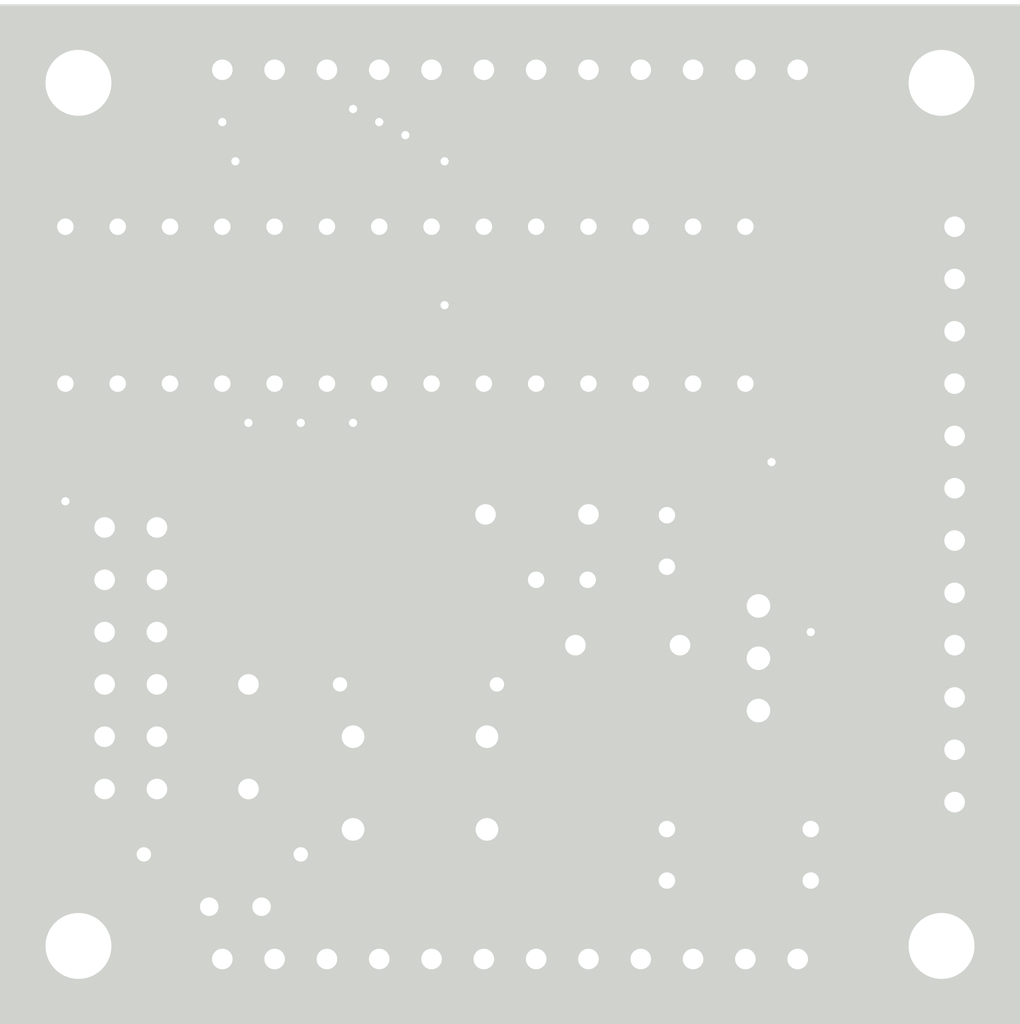
<source format=kicad_pcb>
(kicad_pcb (version 4) (host pcbnew 4.0.7+dfsg1-1~bpo9+1)

  (general
    (links 68)
    (no_connects 0)
    (area 108.585 30.775 158.115001 80.645001)
    (thickness 1.6)
    (drawings 38)
    (tracks 255)
    (zones 0)
    (modules 22)
    (nets 30)
  )

  (page A4)
  (layers
    (0 F.Cu signal)
    (31 B.Cu signal)
    (32 B.Adhes user)
    (33 F.Adhes user)
    (34 B.Paste user)
    (35 F.Paste user)
    (36 B.SilkS user)
    (37 F.SilkS user)
    (38 B.Mask user)
    (39 F.Mask user)
    (40 Dwgs.User user)
    (41 Cmts.User user)
    (42 Eco1.User user)
    (43 Eco2.User user)
    (44 Edge.Cuts user)
    (45 Margin user)
    (46 B.CrtYd user)
    (47 F.CrtYd user)
    (48 B.Fab user hide)
    (49 F.Fab user)
  )

  (setup
    (last_trace_width 0.25)
    (user_trace_width 0.5)
    (user_trace_width 0.5)
    (trace_clearance 0.2)
    (zone_clearance 0.508)
    (zone_45_only no)
    (trace_min 0.2)
    (segment_width 0.2)
    (edge_width 0.1)
    (via_size 0.6)
    (via_drill 0.4)
    (via_min_size 0.4)
    (via_min_drill 0.3)
    (uvia_size 0.3)
    (uvia_drill 0.1)
    (uvias_allowed no)
    (uvia_min_size 0.2)
    (uvia_min_drill 0.1)
    (pcb_text_width 0.3)
    (pcb_text_size 1.5 1.5)
    (mod_edge_width 0.15)
    (mod_text_size 1 1)
    (mod_text_width 0.15)
    (pad_size 1.5 1.5)
    (pad_drill 0.6)
    (pad_to_mask_clearance 0)
    (aux_axis_origin 0 0)
    (visible_elements FFFEFF7F)
    (pcbplotparams
      (layerselection 0x00030_80000001)
      (usegerberextensions false)
      (excludeedgelayer true)
      (linewidth 0.100000)
      (plotframeref false)
      (viasonmask false)
      (mode 1)
      (useauxorigin false)
      (hpglpennumber 1)
      (hpglpenspeed 20)
      (hpglpendiameter 15)
      (hpglpenoverlay 2)
      (psnegative false)
      (psa4output false)
      (plotreference true)
      (plotvalue true)
      (plotinvisibletext false)
      (padsonsilk false)
      (subtractmaskfromsilk false)
      (outputformat 1)
      (mirror false)
      (drillshape 1)
      (scaleselection 1)
      (outputdirectory ""))
  )

  (net 0 "")
  (net 1 Earth)
  (net 2 /D10)
  (net 3 /D9)
  (net 4 /D8)
  (net 5 /D7)
  (net 6 /D6)
  (net 7 /D5)
  (net 8 /D4)
  (net 9 /A5)
  (net 10 /A4)
  (net 11 /D13)
  (net 12 /D12)
  (net 13 /D11)
  (net 14 /D1)
  (net 15 /D0)
  (net 16 /A3)
  (net 17 /A2)
  (net 18 /A1)
  (net 19 /A0)
  (net 20 /D3)
  (net 21 /VCC)
  (net 22 /VIN)
  (net 23 /D2)
  (net 24 "Net-(C2-Pad1)")
  (net 25 "Net-(C3-Pad2)")
  (net 26 /RESET)
  (net 27 "Net-(LED3-Pad2)")
  (net 28 "Net-(D1-Pad2)")
  (net 29 "Net-(D2-Pad2)")

  (net_class Default "This is the default net class."
    (clearance 0.2)
    (trace_width 0.25)
    (via_dia 0.6)
    (via_drill 0.4)
    (uvia_dia 0.3)
    (uvia_drill 0.1)
    (add_net /A0)
    (add_net /A1)
    (add_net /A2)
    (add_net /A3)
    (add_net /A4)
    (add_net /A5)
    (add_net /D0)
    (add_net /D1)
    (add_net /D10)
    (add_net /D11)
    (add_net /D12)
    (add_net /D13)
    (add_net /D2)
    (add_net /D3)
    (add_net /D4)
    (add_net /D5)
    (add_net /D6)
    (add_net /D7)
    (add_net /D8)
    (add_net /D9)
    (add_net /RESET)
    (add_net /VCC)
    (add_net /VIN)
    (add_net Earth)
    (add_net "Net-(C2-Pad1)")
    (add_net "Net-(C3-Pad2)")
    (add_net "Net-(D1-Pad2)")
    (add_net "Net-(D2-Pad2)")
    (add_net "Net-(LED3-Pad2)")
  )

  (module Socket_Strips:Socket_Strip_Straight_1x12_Pitch2.54mm (layer F.Cu) (tedit 5AE97A64) (tstamp 5AC36A5F)
    (at 119.38 34.29 90)
    (descr "Through hole straight socket strip, 1x12, 2.54mm pitch, single row")
    (tags "Through hole socket strip THT 1x12 2.54mm single row")
    (path /5AC3A80A)
    (fp_text reference O1 (at 0 -2.33 90) (layer F.Fab)
      (effects (font (size 1 1) (thickness 0.15)))
    )
    (fp_text value SerialOutput (at 2.54 17.145 180) (layer F.Fab)
      (effects (font (size 1 1) (thickness 0.15)))
    )
    (fp_line (start -1.27 -1.27) (end -1.27 29.21) (layer F.Fab) (width 0.1))
    (fp_line (start -1.27 29.21) (end 1.27 29.21) (layer F.Fab) (width 0.1))
    (fp_line (start 1.27 29.21) (end 1.27 -1.27) (layer F.Fab) (width 0.1))
    (fp_line (start 1.27 -1.27) (end -1.27 -1.27) (layer F.Fab) (width 0.1))
    (fp_line (start -1.33 1.27) (end -1.33 29.27) (layer F.SilkS) (width 0.12))
    (fp_line (start -1.33 29.27) (end 1.33 29.27) (layer F.SilkS) (width 0.12))
    (fp_line (start 1.33 29.27) (end 1.33 1.27) (layer F.SilkS) (width 0.12))
    (fp_line (start 1.33 1.27) (end -1.33 1.27) (layer F.SilkS) (width 0.12))
    (fp_line (start -1.33 0) (end -1.33 -1.33) (layer F.SilkS) (width 0.12))
    (fp_line (start -1.33 -1.33) (end 0 -1.33) (layer F.SilkS) (width 0.12))
    (fp_line (start -1.8 -1.8) (end -1.8 29.75) (layer F.CrtYd) (width 0.05))
    (fp_line (start -1.8 29.75) (end 1.8 29.75) (layer F.CrtYd) (width 0.05))
    (fp_line (start 1.8 29.75) (end 1.8 -1.8) (layer F.CrtYd) (width 0.05))
    (fp_line (start 1.8 -1.8) (end -1.8 -1.8) (layer F.CrtYd) (width 0.05))
    (fp_text user %R (at 0 -2.33 90) (layer F.Fab) hide
      (effects (font (size 1 1) (thickness 0.15)))
    )
    (pad 1 thru_hole rect (at 0 0 90) (size 1.7 1.7) (drill 1) (layers *.Cu *.Mask)
      (net 22 /VIN))
    (pad 2 thru_hole oval (at 0 2.54 90) (size 1.7 1.7) (drill 1) (layers *.Cu *.Mask)
      (net 21 /VCC))
    (pad 3 thru_hole oval (at 0 5.08 90) (size 1.7 1.7) (drill 1) (layers *.Cu *.Mask)
      (net 1 Earth))
    (pad 4 thru_hole oval (at 0 7.62 90) (size 1.7 1.7) (drill 1) (layers *.Cu *.Mask))
    (pad 5 thru_hole oval (at 0 10.16 90) (size 1.7 1.7) (drill 1) (layers *.Cu *.Mask)
      (net 11 /D13))
    (pad 6 thru_hole oval (at 0 12.7 90) (size 1.7 1.7) (drill 1) (layers *.Cu *.Mask)
      (net 12 /D12))
    (pad 7 thru_hole oval (at 0 15.24 90) (size 1.7 1.7) (drill 1) (layers *.Cu *.Mask)
      (net 13 /D11))
    (pad 8 thru_hole oval (at 0 17.78 90) (size 1.7 1.7) (drill 1) (layers *.Cu *.Mask)
      (net 2 /D10))
    (pad 9 thru_hole oval (at 0 20.32 90) (size 1.7 1.7) (drill 1) (layers *.Cu *.Mask)
      (net 10 /A4))
    (pad 10 thru_hole oval (at 0 22.86 90) (size 1.7 1.7) (drill 1) (layers *.Cu *.Mask)
      (net 9 /A5))
    (pad 11 thru_hole oval (at 0 25.4 90) (size 1.7 1.7) (drill 1) (layers *.Cu *.Mask)
      (net 14 /D1))
    (pad 12 thru_hole oval (at 0 27.94 90) (size 1.7 1.7) (drill 1) (layers *.Cu *.Mask)
      (net 15 /D0))
    (model ${KISYS3DMOD}/Socket_Strips.3dshapes/Socket_Strip_Straight_1x12_Pitch2.54mm.wrl
      (at (xyz 0 -0.55 0))
      (scale (xyz 1 1 1))
      (rotate (xyz 0 0 270))
    )
  )

  (module Housings_DIP:DIP-28_W7.62mm (layer F.Cu) (tedit 5AE97B3E) (tstamp 5AC0A789)
    (at 111.76 49.53 90)
    (descr "28-lead dip package, row spacing 7.62 mm (300 mils)")
    (tags "DIL DIP PDIP 2.54mm 7.62mm 300mil")
    (path /5ABEDA30)
    (fp_text reference U1 (at 3.81 1.27 180) (layer F.SilkS)
      (effects (font (size 1 1) (thickness 0.15)))
    )
    (fp_text value ATMEGA328-PU (at 5.08 8.255 180) (layer F.SilkS)
      (effects (font (size 1 1) (thickness 0.15)))
    )
    (fp_text user %R (at 3.81 33.02 180) (layer F.Fab)
      (effects (font (size 1 1) (thickness 0.15)))
    )
    (fp_line (start 1.635 -1.27) (end 6.985 -1.27) (layer F.Fab) (width 0.1))
    (fp_line (start 6.985 -1.27) (end 6.985 34.29) (layer F.Fab) (width 0.1))
    (fp_line (start 6.985 34.29) (end 0.635 34.29) (layer F.Fab) (width 0.1))
    (fp_line (start 0.635 34.29) (end 0.635 -0.27) (layer F.Fab) (width 0.1))
    (fp_line (start 0.635 -0.27) (end 1.635 -1.27) (layer F.Fab) (width 0.1))
    (fp_line (start 2.81 -1.39) (end 1.04 -1.39) (layer F.SilkS) (width 0.12))
    (fp_line (start 1.04 -1.39) (end 1.04 34.41) (layer F.SilkS) (width 0.12))
    (fp_line (start 1.04 34.41) (end 6.58 34.41) (layer F.SilkS) (width 0.12))
    (fp_line (start 6.58 34.41) (end 6.58 -1.39) (layer F.SilkS) (width 0.12))
    (fp_line (start 6.58 -1.39) (end 4.81 -1.39) (layer F.SilkS) (width 0.12))
    (fp_line (start -1.1 -1.6) (end -1.1 34.6) (layer F.CrtYd) (width 0.05))
    (fp_line (start -1.1 34.6) (end 8.7 34.6) (layer F.CrtYd) (width 0.05))
    (fp_line (start 8.7 34.6) (end 8.7 -1.6) (layer F.CrtYd) (width 0.05))
    (fp_line (start 8.7 -1.6) (end -1.1 -1.6) (layer F.CrtYd) (width 0.05))
    (fp_arc (start 3.81 -1.39) (end 2.81 -1.39) (angle -180) (layer F.SilkS) (width 0.12))
    (pad 1 thru_hole rect (at 0 0 90) (size 1.6 1.6) (drill 0.8) (layers *.Cu *.Mask)
      (net 26 /RESET))
    (pad 15 thru_hole oval (at 7.62 33.02 90) (size 1.6 1.6) (drill 0.8) (layers *.Cu *.Mask)
      (net 3 /D9))
    (pad 2 thru_hole oval (at 0 2.54 90) (size 1.6 1.6) (drill 0.8) (layers *.Cu *.Mask)
      (net 15 /D0))
    (pad 16 thru_hole oval (at 7.62 30.48 90) (size 1.6 1.6) (drill 0.8) (layers *.Cu *.Mask)
      (net 2 /D10))
    (pad 3 thru_hole oval (at 0 5.08 90) (size 1.6 1.6) (drill 0.8) (layers *.Cu *.Mask)
      (net 14 /D1))
    (pad 17 thru_hole oval (at 7.62 27.94 90) (size 1.6 1.6) (drill 0.8) (layers *.Cu *.Mask)
      (net 13 /D11))
    (pad 4 thru_hole oval (at 0 7.62 90) (size 1.6 1.6) (drill 0.8) (layers *.Cu *.Mask)
      (net 23 /D2))
    (pad 18 thru_hole oval (at 7.62 25.4 90) (size 1.6 1.6) (drill 0.8) (layers *.Cu *.Mask)
      (net 12 /D12))
    (pad 5 thru_hole oval (at 0 10.16 90) (size 1.6 1.6) (drill 0.8) (layers *.Cu *.Mask)
      (net 20 /D3))
    (pad 19 thru_hole oval (at 7.62 22.86 90) (size 1.6 1.6) (drill 0.8) (layers *.Cu *.Mask)
      (net 11 /D13))
    (pad 6 thru_hole oval (at 0 12.7 90) (size 1.6 1.6) (drill 0.8) (layers *.Cu *.Mask)
      (net 8 /D4))
    (pad 20 thru_hole oval (at 7.62 20.32 90) (size 1.6 1.6) (drill 0.8) (layers *.Cu *.Mask)
      (net 21 /VCC))
    (pad 7 thru_hole oval (at 0 15.24 90) (size 1.6 1.6) (drill 0.8) (layers *.Cu *.Mask)
      (net 21 /VCC))
    (pad 21 thru_hole oval (at 7.62 17.78 90) (size 1.6 1.6) (drill 0.8) (layers *.Cu *.Mask))
    (pad 8 thru_hole oval (at 0 17.78 90) (size 1.6 1.6) (drill 0.8) (layers *.Cu *.Mask)
      (net 1 Earth))
    (pad 22 thru_hole oval (at 7.62 15.24 90) (size 1.6 1.6) (drill 0.8) (layers *.Cu *.Mask)
      (net 1 Earth))
    (pad 9 thru_hole oval (at 0 20.32 90) (size 1.6 1.6) (drill 0.8) (layers *.Cu *.Mask)
      (net 24 "Net-(C2-Pad1)"))
    (pad 23 thru_hole oval (at 7.62 12.7 90) (size 1.6 1.6) (drill 0.8) (layers *.Cu *.Mask)
      (net 19 /A0))
    (pad 10 thru_hole oval (at 0 22.86 90) (size 1.6 1.6) (drill 0.8) (layers *.Cu *.Mask)
      (net 25 "Net-(C3-Pad2)"))
    (pad 24 thru_hole oval (at 7.62 10.16 90) (size 1.6 1.6) (drill 0.8) (layers *.Cu *.Mask)
      (net 18 /A1))
    (pad 11 thru_hole oval (at 0 25.4 90) (size 1.6 1.6) (drill 0.8) (layers *.Cu *.Mask)
      (net 7 /D5))
    (pad 25 thru_hole oval (at 7.62 7.62 90) (size 1.6 1.6) (drill 0.8) (layers *.Cu *.Mask)
      (net 17 /A2))
    (pad 12 thru_hole oval (at 0 27.94 90) (size 1.6 1.6) (drill 0.8) (layers *.Cu *.Mask)
      (net 6 /D6))
    (pad 26 thru_hole oval (at 7.62 5.08 90) (size 1.6 1.6) (drill 0.8) (layers *.Cu *.Mask)
      (net 16 /A3))
    (pad 13 thru_hole oval (at 0 30.48 90) (size 1.6 1.6) (drill 0.8) (layers *.Cu *.Mask)
      (net 5 /D7))
    (pad 27 thru_hole oval (at 7.62 2.54 90) (size 1.6 1.6) (drill 0.8) (layers *.Cu *.Mask)
      (net 10 /A4))
    (pad 14 thru_hole oval (at 0 33.02 90) (size 1.6 1.6) (drill 0.8) (layers *.Cu *.Mask)
      (net 4 /D8))
    (pad 28 thru_hole oval (at 7.62 0 90) (size 1.6 1.6) (drill 0.8) (layers *.Cu *.Mask)
      (net 9 /A5))
    (model ${KISYS3DMOD}/Housings_DIP.3dshapes/DIP-28_W7.62mm.wrl
      (at (xyz 0 0 0))
      (scale (xyz 1 1 1))
      (rotate (xyz 0 0 0))
    )
  )

  (module Crystals:Resonator-2pin_w6.0mm_h3.0mm (layer F.Cu) (tedit 5AC37298) (tstamp 5AC0A7BD)
    (at 137.16 55.88 180)
    (descr "Ceramic Resomator/Filter 6.0x3.0mm^2, length*width=6.0x3.0mm^2 package, package length=6.0mm, package width=3.0mm, 2 pins")
    (tags "THT ceramic resonator filter")
    (path /5AC142C0)
    (fp_text reference Y1 (at 2.54 0 180) (layer F.Fab)
      (effects (font (size 1 1) (thickness 0.15)))
    )
    (fp_text value 16MHz (at 2.54 0 180) (layer F.SilkS)
      (effects (font (size 1 1) (thickness 0.15)))
    )
    (fp_text user %R (at 2.54 0 180) (layer F.Fab)
      (effects (font (size 1 1) (thickness 0.15)))
    )
    (fp_line (start 1 -1.5) (end 4 -1.5) (layer F.Fab) (width 0.1))
    (fp_line (start 1 1.5) (end 4 1.5) (layer F.Fab) (width 0.1))
    (fp_line (start 1 -1.5) (end 4 -1.5) (layer F.Fab) (width 0.1))
    (fp_line (start 1 1.5) (end 4 1.5) (layer F.Fab) (width 0.1))
    (fp_line (start 1 -1.7) (end 4 -1.7) (layer F.SilkS) (width 0.12))
    (fp_line (start 1 1.7) (end 4 1.7) (layer F.SilkS) (width 0.12))
    (fp_line (start -1.1 -2) (end -1.1 2) (layer F.CrtYd) (width 0.05))
    (fp_line (start -1.1 2) (end 6 2) (layer F.CrtYd) (width 0.05))
    (fp_line (start 6 2) (end 6 -2) (layer F.CrtYd) (width 0.05))
    (fp_line (start 6 -2) (end -1.1 -2) (layer F.CrtYd) (width 0.05))
    (fp_arc (start 1 0) (end 1 -1.5) (angle -180) (layer F.Fab) (width 0.1))
    (fp_arc (start 4 0) (end 4 -1.5) (angle 180) (layer F.Fab) (width 0.1))
    (fp_arc (start 1 0) (end 1 -1.5) (angle -180) (layer F.Fab) (width 0.1))
    (fp_arc (start 4 0) (end 4 -1.5) (angle 180) (layer F.Fab) (width 0.1))
    (fp_arc (start 1 0) (end 1 -1.7) (angle -51.9) (layer F.SilkS) (width 0.12))
    (fp_arc (start 4 0) (end 4 -1.7) (angle 51.9) (layer F.SilkS) (width 0.12))
    (fp_arc (start 1 0) (end 1 1.7) (angle 51.9) (layer F.SilkS) (width 0.12))
    (fp_arc (start 4 0) (end 4 1.7) (angle -51.9) (layer F.SilkS) (width 0.12))
    (pad 1 thru_hole circle (at 0 0 180) (size 1.7 1.7) (drill 1) (layers *.Cu *.Mask)
      (net 25 "Net-(C3-Pad2)"))
    (pad 2 thru_hole circle (at 5 0 180) (size 1.7 1.7) (drill 1) (layers *.Cu *.Mask)
      (net 24 "Net-(C2-Pad1)"))
    (model ${KISYS3DMOD}/Crystals.3dshapes/Resonator-2pin_w6.0mm_h3.0mm.wrl
      (at (xyz 0 0 0))
      (scale (xyz 0.393701 0.393701 0.393701))
      (rotate (xyz 0 0 0))
    )
  )

  (module Capacitors_THT:C_Disc_D3.0mm_W1.6mm_P2.50mm (layer F.Cu) (tedit 5AC3BEB6) (tstamp 5AC0E433)
    (at 134.62 59.055)
    (descr "C, Disc series, Radial, pin pitch=2.50mm, , diameter*width=3.0*1.6mm^2, Capacitor, http://www.vishay.com/docs/45233/krseries.pdf")
    (tags "C Disc series Radial pin pitch 2.50mm  diameter 3.0mm width 1.6mm Capacitor")
    (path /5AC14819)
    (fp_text reference C2 (at 1.27 0) (layer F.Fab)
      (effects (font (size 1 1) (thickness 0.15)))
    )
    (fp_text value 22pF (at 1.27 0) (layer F.SilkS)
      (effects (font (size 1 1) (thickness 0.15)))
    )
    (fp_line (start -0.25 -0.8) (end -0.25 0.8) (layer F.Fab) (width 0.1))
    (fp_line (start -0.25 0.8) (end 2.75 0.8) (layer F.Fab) (width 0.1))
    (fp_line (start 2.75 0.8) (end 2.75 -0.8) (layer F.Fab) (width 0.1))
    (fp_line (start 2.75 -0.8) (end -0.25 -0.8) (layer F.Fab) (width 0.1))
    (fp_line (start 0.663 -0.861) (end 1.837 -0.861) (layer F.SilkS) (width 0.12))
    (fp_line (start 0.663 0.861) (end 1.837 0.861) (layer F.SilkS) (width 0.12))
    (fp_line (start -1.05 -1.15) (end -1.05 1.15) (layer F.CrtYd) (width 0.05))
    (fp_line (start -1.05 1.15) (end 3.55 1.15) (layer F.CrtYd) (width 0.05))
    (fp_line (start 3.55 1.15) (end 3.55 -1.15) (layer F.CrtYd) (width 0.05))
    (fp_line (start 3.55 -1.15) (end -1.05 -1.15) (layer F.CrtYd) (width 0.05))
    (fp_text user %R (at 1.25 0) (layer F.Fab)
      (effects (font (size 1 1) (thickness 0.15)))
    )
    (pad 1 thru_hole circle (at 0 0) (size 1.6 1.6) (drill 0.8) (layers *.Cu *.Mask)
      (net 24 "Net-(C2-Pad1)"))
    (pad 2 thru_hole circle (at 2.5 0) (size 1.6 1.6) (drill 0.8) (layers *.Cu *.Mask)
      (net 1 Earth))
    (model ${KISYS3DMOD}/Capacitors_THT.3dshapes/C_Disc_D3.0mm_W1.6mm_P2.50mm.wrl
      (at (xyz 0 0 0))
      (scale (xyz 1 1 1))
      (rotate (xyz 0 0 0))
    )
  )

  (module Capacitors_THT:C_Disc_D3.0mm_W1.6mm_P2.50mm (layer F.Cu) (tedit 5AC3BEBA) (tstamp 5AC0E438)
    (at 140.97 58.42 90)
    (descr "C, Disc series, Radial, pin pitch=2.50mm, , diameter*width=3.0*1.6mm^2, Capacitor, http://www.vishay.com/docs/45233/krseries.pdf")
    (tags "C Disc series Radial pin pitch 2.50mm  diameter 3.0mm width 1.6mm Capacitor")
    (path /5AC146E6)
    (fp_text reference C3 (at 1.27 0 90) (layer F.Fab)
      (effects (font (size 1 1) (thickness 0.15)))
    )
    (fp_text value 22pF (at 1.27 0 90) (layer F.SilkS)
      (effects (font (size 1 1) (thickness 0.15)))
    )
    (fp_line (start -0.25 -0.8) (end -0.25 0.8) (layer F.Fab) (width 0.1))
    (fp_line (start -0.25 0.8) (end 2.75 0.8) (layer F.Fab) (width 0.1))
    (fp_line (start 2.75 0.8) (end 2.75 -0.8) (layer F.Fab) (width 0.1))
    (fp_line (start 2.75 -0.8) (end -0.25 -0.8) (layer F.Fab) (width 0.1))
    (fp_line (start 0.663 -0.861) (end 1.837 -0.861) (layer F.SilkS) (width 0.12))
    (fp_line (start 0.663 0.861) (end 1.837 0.861) (layer F.SilkS) (width 0.12))
    (fp_line (start -1.05 -1.15) (end -1.05 1.15) (layer F.CrtYd) (width 0.05))
    (fp_line (start -1.05 1.15) (end 3.55 1.15) (layer F.CrtYd) (width 0.05))
    (fp_line (start 3.55 1.15) (end 3.55 -1.15) (layer F.CrtYd) (width 0.05))
    (fp_line (start 3.55 -1.15) (end -1.05 -1.15) (layer F.CrtYd) (width 0.05))
    (fp_text user %R (at 1.25 0 90) (layer F.Fab)
      (effects (font (size 1 1) (thickness 0.15)))
    )
    (pad 1 thru_hole circle (at 0 0 90) (size 1.6 1.6) (drill 0.8) (layers *.Cu *.Mask)
      (net 1 Earth))
    (pad 2 thru_hole circle (at 2.5 0 90) (size 1.6 1.6) (drill 0.8) (layers *.Cu *.Mask)
      (net 25 "Net-(C3-Pad2)"))
    (model ${KISYS3DMOD}/Capacitors_THT.3dshapes/C_Disc_D3.0mm_W1.6mm_P2.50mm.wrl
      (at (xyz 0 0 0))
      (scale (xyz 1 1 1))
      (rotate (xyz 0 0 0))
    )
  )

  (module Pin_Headers:Pin_Header_Straight_1x06_Pitch2.54mm (layer F.Cu) (tedit 5AC4FB4C) (tstamp 5AC36A30)
    (at 116.205 69.215 180)
    (descr "Through hole straight pin header, 1x06, 2.54mm pitch, single row")
    (tags "Through hole pin header THT 1x06 2.54mm single row")
    (path /5AC1B1CC)
    (fp_text reference FT1 (at 0 6.35 270) (layer F.SilkS)
      (effects (font (size 1 1) (thickness 0.15)))
    )
    (fp_text value FTDI (at 0 15.03 180) (layer F.Fab)
      (effects (font (size 1 1) (thickness 0.15)))
    )
    (fp_line (start -0.635 -1.27) (end 1.27 -1.27) (layer F.Fab) (width 0.1))
    (fp_line (start 1.27 -1.27) (end 1.27 13.97) (layer F.Fab) (width 0.1))
    (fp_line (start 1.27 13.97) (end -1.27 13.97) (layer F.Fab) (width 0.1))
    (fp_line (start -1.27 13.97) (end -1.27 -0.635) (layer F.Fab) (width 0.1))
    (fp_line (start -1.27 -0.635) (end -0.635 -1.27) (layer F.Fab) (width 0.1))
    (fp_line (start -1.33 14.03) (end 1.33 14.03) (layer F.SilkS) (width 0.12))
    (fp_line (start -1.33 1.27) (end -1.33 14.03) (layer F.SilkS) (width 0.12))
    (fp_line (start 1.33 1.27) (end 1.33 14.03) (layer F.SilkS) (width 0.12))
    (fp_line (start -1.33 1.27) (end 1.33 1.27) (layer F.SilkS) (width 0.12))
    (fp_line (start -1.33 0) (end -1.33 -1.33) (layer F.SilkS) (width 0.12))
    (fp_line (start -1.33 -1.33) (end 0 -1.33) (layer F.SilkS) (width 0.12))
    (fp_line (start -1.8 -1.8) (end -1.8 14.5) (layer F.CrtYd) (width 0.05))
    (fp_line (start -1.8 14.5) (end 1.8 14.5) (layer F.CrtYd) (width 0.05))
    (fp_line (start 1.8 14.5) (end 1.8 -1.8) (layer F.CrtYd) (width 0.05))
    (fp_line (start 1.8 -1.8) (end -1.8 -1.8) (layer F.CrtYd) (width 0.05))
    (fp_text user %R (at 0 6.35 270) (layer F.Fab)
      (effects (font (size 1 1) (thickness 0.15)))
    )
    (pad 1 thru_hole rect (at 0 0 180) (size 1.7 1.7) (drill 1) (layers *.Cu *.Mask)
      (net 1 Earth))
    (pad 2 thru_hole oval (at 0 2.54 180) (size 1.7 1.7) (drill 1) (layers *.Cu *.Mask)
      (net 1 Earth))
    (pad 3 thru_hole oval (at 0 5.08 180) (size 1.7 1.7) (drill 1) (layers *.Cu *.Mask)
      (net 28 "Net-(D1-Pad2)"))
    (pad 4 thru_hole oval (at 0 7.62 180) (size 1.7 1.7) (drill 1) (layers *.Cu *.Mask)
      (net 14 /D1))
    (pad 5 thru_hole oval (at 0 10.16 180) (size 1.7 1.7) (drill 1) (layers *.Cu *.Mask)
      (net 15 /D0))
    (pad 6 thru_hole oval (at 0 12.7 180) (size 1.7 1.7) (drill 1) (layers *.Cu *.Mask)
      (net 26 /RESET))
    (model ${KISYS3DMOD}/Pin_Headers.3dshapes/Pin_Header_Straight_1x06_Pitch2.54mm.wrl
      (at (xyz 0 0 0))
      (scale (xyz 1 1 1))
      (rotate (xyz 0 0 0))
    )
  )

  (module Socket_Strips:Socket_Strip_Straight_1x12_Pitch2.54mm (layer F.Cu) (tedit 5AE97A73) (tstamp 5ACB7725)
    (at 154.94 41.91)
    (descr "Through hole straight socket strip, 1x12, 2.54mm pitch, single row")
    (tags "Through hole socket strip THT 1x12 2.54mm single row")
    (path /5AC3A751)
    (fp_text reference O2 (at 0 -2.33) (layer F.Fab)
      (effects (font (size 1 1) (thickness 0.15)))
    )
    (fp_text value Output (at 0 30.27) (layer F.Fab)
      (effects (font (size 1 1) (thickness 0.15)))
    )
    (fp_line (start -1.27 -1.27) (end -1.27 29.21) (layer F.Fab) (width 0.1))
    (fp_line (start -1.27 29.21) (end 1.27 29.21) (layer F.Fab) (width 0.1))
    (fp_line (start 1.27 29.21) (end 1.27 -1.27) (layer F.Fab) (width 0.1))
    (fp_line (start 1.27 -1.27) (end -1.27 -1.27) (layer F.Fab) (width 0.1))
    (fp_line (start -1.33 1.27) (end -1.33 29.27) (layer F.SilkS) (width 0.12))
    (fp_line (start -1.33 29.27) (end 1.33 29.27) (layer F.SilkS) (width 0.12))
    (fp_line (start 1.33 29.27) (end 1.33 1.27) (layer F.SilkS) (width 0.12))
    (fp_line (start 1.33 1.27) (end -1.33 1.27) (layer F.SilkS) (width 0.12))
    (fp_line (start -1.33 0) (end -1.33 -1.33) (layer F.SilkS) (width 0.12))
    (fp_line (start -1.33 -1.33) (end 0 -1.33) (layer F.SilkS) (width 0.12))
    (fp_line (start -1.8 -1.8) (end -1.8 29.75) (layer F.CrtYd) (width 0.05))
    (fp_line (start -1.8 29.75) (end 1.8 29.75) (layer F.CrtYd) (width 0.05))
    (fp_line (start 1.8 29.75) (end 1.8 -1.8) (layer F.CrtYd) (width 0.05))
    (fp_line (start 1.8 -1.8) (end -1.8 -1.8) (layer F.CrtYd) (width 0.05))
    (fp_text user %R (at 0 -2.33) (layer F.Fab) hide
      (effects (font (size 1 1) (thickness 0.15)))
    )
    (pad 1 thru_hole rect (at 0 0) (size 1.7 1.7) (drill 1) (layers *.Cu *.Mask)
      (net 22 /VIN))
    (pad 2 thru_hole oval (at 0 2.54) (size 1.7 1.7) (drill 1) (layers *.Cu *.Mask)
      (net 21 /VCC))
    (pad 3 thru_hole oval (at 0 5.08) (size 1.7 1.7) (drill 1) (layers *.Cu *.Mask)
      (net 1 Earth))
    (pad 4 thru_hole oval (at 0 7.62) (size 1.7 1.7) (drill 1) (layers *.Cu *.Mask))
    (pad 5 thru_hole oval (at 0 10.16) (size 1.7 1.7) (drill 1) (layers *.Cu *.Mask)
      (net 23 /D2))
    (pad 6 thru_hole oval (at 0 12.7) (size 1.7 1.7) (drill 1) (layers *.Cu *.Mask)
      (net 20 /D3))
    (pad 7 thru_hole oval (at 0 15.24) (size 1.7 1.7) (drill 1) (layers *.Cu *.Mask)
      (net 8 /D4))
    (pad 8 thru_hole oval (at 0 17.78) (size 1.7 1.7) (drill 1) (layers *.Cu *.Mask)
      (net 7 /D5))
    (pad 9 thru_hole oval (at 0 20.32) (size 1.7 1.7) (drill 1) (layers *.Cu *.Mask)
      (net 6 /D6))
    (pad 10 thru_hole oval (at 0 22.86) (size 1.7 1.7) (drill 1) (layers *.Cu *.Mask)
      (net 5 /D7))
    (pad 11 thru_hole oval (at 0 25.4) (size 1.7 1.7) (drill 1) (layers *.Cu *.Mask)
      (net 4 /D8))
    (pad 12 thru_hole oval (at 0 27.94) (size 1.7 1.7) (drill 1) (layers *.Cu *.Mask)
      (net 3 /D9))
    (model ${KISYS3DMOD}/Socket_Strips.3dshapes/Socket_Strip_Straight_1x12_Pitch2.54mm.wrl
      (at (xyz 0 -0.55 0))
      (scale (xyz 1 1 1))
      (rotate (xyz 0 0 270))
    )
  )

  (module Socket_Strips:Socket_Strip_Straight_1x12_Pitch2.54mm (layer F.Cu) (tedit 5AE97BB0) (tstamp 5ACB7743)
    (at 147.32 77.47 270)
    (descr "Through hole straight socket strip, 1x12, 2.54mm pitch, single row")
    (tags "Through hole socket strip THT 1x12 2.54mm single row")
    (path /5AC3A8AB)
    (fp_text reference O3 (at 0 -2.33 270) (layer F.Fab)
      (effects (font (size 1 1) (thickness 0.15)))
    )
    (fp_text value Output (at 0 30.27 270) (layer F.Fab)
      (effects (font (size 1 1) (thickness 0.15)))
    )
    (fp_line (start -1.27 -1.27) (end -1.27 29.21) (layer F.Fab) (width 0.1))
    (fp_line (start -1.27 29.21) (end 1.27 29.21) (layer F.Fab) (width 0.1))
    (fp_line (start 1.27 29.21) (end 1.27 -1.27) (layer F.Fab) (width 0.1))
    (fp_line (start 1.27 -1.27) (end -1.27 -1.27) (layer F.Fab) (width 0.1))
    (fp_line (start -1.33 1.27) (end -1.33 29.27) (layer F.SilkS) (width 0.12))
    (fp_line (start -1.33 29.27) (end 1.33 29.27) (layer F.SilkS) (width 0.12))
    (fp_line (start 1.33 29.27) (end 1.33 1.27) (layer F.SilkS) (width 0.12))
    (fp_line (start 1.33 1.27) (end -1.33 1.27) (layer F.SilkS) (width 0.12))
    (fp_line (start -1.33 0) (end -1.33 -1.33) (layer F.SilkS) (width 0.12))
    (fp_line (start -1.33 -1.33) (end 0 -1.33) (layer F.SilkS) (width 0.12))
    (fp_line (start -1.8 -1.8) (end -1.8 29.75) (layer F.CrtYd) (width 0.05))
    (fp_line (start -1.8 29.75) (end 1.8 29.75) (layer F.CrtYd) (width 0.05))
    (fp_line (start 1.8 29.75) (end 1.8 -1.8) (layer F.CrtYd) (width 0.05))
    (fp_line (start 1.8 -1.8) (end -1.8 -1.8) (layer F.CrtYd) (width 0.05))
    (fp_text user %R (at 0 -2.33 270) (layer F.Fab) hide
      (effects (font (size 1 1) (thickness 0.15)))
    )
    (pad 1 thru_hole rect (at 0 0 270) (size 1.7 1.7) (drill 1) (layers *.Cu *.Mask)
      (net 22 /VIN))
    (pad 2 thru_hole oval (at 0 2.54 270) (size 1.7 1.7) (drill 1) (layers *.Cu *.Mask)
      (net 21 /VCC))
    (pad 3 thru_hole oval (at 0 5.08 270) (size 1.7 1.7) (drill 1) (layers *.Cu *.Mask)
      (net 1 Earth))
    (pad 4 thru_hole oval (at 0 7.62 270) (size 1.7 1.7) (drill 1) (layers *.Cu *.Mask))
    (pad 5 thru_hole oval (at 0 10.16 270) (size 1.7 1.7) (drill 1) (layers *.Cu *.Mask)
      (net 19 /A0))
    (pad 6 thru_hole oval (at 0 12.7 270) (size 1.7 1.7) (drill 1) (layers *.Cu *.Mask)
      (net 18 /A1))
    (pad 7 thru_hole oval (at 0 15.24 270) (size 1.7 1.7) (drill 1) (layers *.Cu *.Mask)
      (net 17 /A2))
    (pad 8 thru_hole oval (at 0 17.78 270) (size 1.7 1.7) (drill 1) (layers *.Cu *.Mask)
      (net 16 /A3))
    (pad 9 thru_hole oval (at 0 20.32 270) (size 1.7 1.7) (drill 1) (layers *.Cu *.Mask)
      (net 10 /A4))
    (pad 10 thru_hole oval (at 0 22.86 270) (size 1.7 1.7) (drill 1) (layers *.Cu *.Mask)
      (net 9 /A5))
    (pad 11 thru_hole oval (at 0 25.4 270) (size 1.7 1.7) (drill 1) (layers *.Cu *.Mask))
    (pad 12 thru_hole oval (at 0 27.94 270) (size 1.7 1.7) (drill 1) (layers *.Cu *.Mask))
    (model ${KISYS3DMOD}/Socket_Strips.3dshapes/Socket_Strip_Straight_1x12_Pitch2.54mm.wrl
      (at (xyz 0 -0.55 0))
      (scale (xyz 1 1 1))
      (rotate (xyz 0 0 270))
    )
  )

  (module Mounting_Holes:MountingHole_3.2mm_M3 (layer F.Cu) (tedit 5AE97B50) (tstamp 5AD37429)
    (at 154.305 34.925)
    (descr "Mounting Hole 3.2mm, no annular, M3")
    (tags "mounting hole 3.2mm no annular m3")
    (fp_text reference X (at 0 0) (layer F.Fab)
      (effects (font (size 1 1) (thickness 0.15)))
    )
    (fp_text value M3 (at 0 2.54) (layer F.Fab)
      (effects (font (size 1 1) (thickness 0.15)))
    )
    (fp_circle (center 0 0) (end 3.2 0) (layer Cmts.User) (width 0.15))
    (fp_circle (center 0 0) (end 3.45 0) (layer F.CrtYd) (width 0.05))
    (pad 1 np_thru_hole circle (at 0 0) (size 3.2 3.2) (drill 3.2) (layers *.Cu *.Mask))
  )

  (module Mounting_Holes:MountingHole_3.2mm_M3 (layer F.Cu) (tedit 5AC36F82) (tstamp 5AD3745B)
    (at 154.305 76.835)
    (descr "Mounting Hole 3.2mm, no annular, M3")
    (tags "mounting hole 3.2mm no annular m3")
    (fp_text reference "" (at 0 -4.2) (layer F.Fab)
      (effects (font (size 1 1) (thickness 0.15)))
    )
    (fp_text value M3 (at 0 -2.54) (layer F.Fab)
      (effects (font (size 1 1) (thickness 0.15)))
    )
    (fp_circle (center 0 0) (end 3.2 0) (layer Cmts.User) (width 0.15))
    (fp_circle (center 0 0) (end 3.45 0) (layer F.CrtYd) (width 0.05))
    (pad 1 np_thru_hole circle (at 0 0) (size 3.2 3.2) (drill 3.2) (layers *.Cu *.Mask))
  )

  (module Mounting_Holes:MountingHole_3.2mm_M3 (layer F.Cu) (tedit 5AC36FB5) (tstamp 5AD37483)
    (at 112.395 76.835)
    (descr "Mounting Hole 3.2mm, no annular, M3")
    (tags "mounting hole 3.2mm no annular m3")
    (fp_text reference "" (at 0 -4.2) (layer F.Fab)
      (effects (font (size 1 1) (thickness 0.15)))
    )
    (fp_text value M3 (at 0 -2.54) (layer F.Fab)
      (effects (font (size 1 1) (thickness 0.15)))
    )
    (fp_circle (center 0 0) (end 3.2 0) (layer Cmts.User) (width 0.15))
    (fp_circle (center 0 0) (end 3.45 0) (layer F.CrtYd) (width 0.05))
    (pad 1 np_thru_hole circle (at 0 0) (size 3.2 3.2) (drill 3.2) (layers *.Cu *.Mask))
  )

  (module Mounting_Holes:MountingHole_3.2mm_M3 (layer F.Cu) (tedit 5AE97B5A) (tstamp 5AD374E5)
    (at 112.395 34.925)
    (descr "Mounting Hole 3.2mm, no annular, M3")
    (tags "mounting hole 3.2mm no annular m3")
    (fp_text reference X (at 0 0) (layer F.Fab)
      (effects (font (size 1 1) (thickness 0.15)))
    )
    (fp_text value M3 (at 0 2.54) (layer F.Fab)
      (effects (font (size 1 1) (thickness 0.15)))
    )
    (fp_circle (center 0 0) (end 3.2 0) (layer Cmts.User) (width 0.15))
    (fp_circle (center 0 0) (end 3.45 0) (layer F.CrtYd) (width 0.05))
    (pad 1 np_thru_hole circle (at 0 0) (size 3.2 3.2) (drill 3.2) (layers *.Cu *.Mask))
  )

  (module Capacitors_THT:CP_Radial_D6.3mm_P2.50mm (layer F.Cu) (tedit 5AC505E5) (tstamp 5AC4DD99)
    (at 147.955 73.66 90)
    (descr "CP, Radial series, Radial, pin pitch=2.50mm, , diameter=6.3mm, Electrolytic Capacitor")
    (tags "CP Radial series Radial pin pitch 2.50mm  diameter 6.3mm Electrolytic Capacitor")
    (path /5AC3FB09)
    (fp_text reference C4 (at 0 -1.905 180) (layer F.SilkS)
      (effects (font (size 1 1) (thickness 0.15)))
    )
    (fp_text value 0.47uF (at 1.25 4.46 90) (layer F.Fab)
      (effects (font (size 1 1) (thickness 0.15)))
    )
    (fp_arc (start 1.25 0) (end -1.767482 -1.18) (angle 137.3) (layer F.SilkS) (width 0.12))
    (fp_arc (start 1.25 0) (end -1.767482 1.18) (angle -137.3) (layer F.SilkS) (width 0.12))
    (fp_arc (start 1.25 0) (end 4.267482 -1.18) (angle 42.7) (layer F.SilkS) (width 0.12))
    (fp_circle (center 1.25 0) (end 4.4 0) (layer F.Fab) (width 0.1))
    (fp_line (start -2.2 0) (end -1 0) (layer F.Fab) (width 0.1))
    (fp_line (start -1.6 -0.65) (end -1.6 0.65) (layer F.Fab) (width 0.1))
    (fp_line (start 1.25 -3.2) (end 1.25 3.2) (layer F.SilkS) (width 0.12))
    (fp_line (start 1.29 -3.2) (end 1.29 3.2) (layer F.SilkS) (width 0.12))
    (fp_line (start 1.33 -3.2) (end 1.33 3.2) (layer F.SilkS) (width 0.12))
    (fp_line (start 1.37 -3.198) (end 1.37 3.198) (layer F.SilkS) (width 0.12))
    (fp_line (start 1.41 -3.197) (end 1.41 3.197) (layer F.SilkS) (width 0.12))
    (fp_line (start 1.45 -3.194) (end 1.45 3.194) (layer F.SilkS) (width 0.12))
    (fp_line (start 1.49 -3.192) (end 1.49 3.192) (layer F.SilkS) (width 0.12))
    (fp_line (start 1.53 -3.188) (end 1.53 -0.98) (layer F.SilkS) (width 0.12))
    (fp_line (start 1.53 0.98) (end 1.53 3.188) (layer F.SilkS) (width 0.12))
    (fp_line (start 1.57 -3.185) (end 1.57 -0.98) (layer F.SilkS) (width 0.12))
    (fp_line (start 1.57 0.98) (end 1.57 3.185) (layer F.SilkS) (width 0.12))
    (fp_line (start 1.61 -3.18) (end 1.61 -0.98) (layer F.SilkS) (width 0.12))
    (fp_line (start 1.61 0.98) (end 1.61 3.18) (layer F.SilkS) (width 0.12))
    (fp_line (start 1.65 -3.176) (end 1.65 -0.98) (layer F.SilkS) (width 0.12))
    (fp_line (start 1.65 0.98) (end 1.65 3.176) (layer F.SilkS) (width 0.12))
    (fp_line (start 1.69 -3.17) (end 1.69 -0.98) (layer F.SilkS) (width 0.12))
    (fp_line (start 1.69 0.98) (end 1.69 3.17) (layer F.SilkS) (width 0.12))
    (fp_line (start 1.73 -3.165) (end 1.73 -0.98) (layer F.SilkS) (width 0.12))
    (fp_line (start 1.73 0.98) (end 1.73 3.165) (layer F.SilkS) (width 0.12))
    (fp_line (start 1.77 -3.158) (end 1.77 -0.98) (layer F.SilkS) (width 0.12))
    (fp_line (start 1.77 0.98) (end 1.77 3.158) (layer F.SilkS) (width 0.12))
    (fp_line (start 1.81 -3.152) (end 1.81 -0.98) (layer F.SilkS) (width 0.12))
    (fp_line (start 1.81 0.98) (end 1.81 3.152) (layer F.SilkS) (width 0.12))
    (fp_line (start 1.85 -3.144) (end 1.85 -0.98) (layer F.SilkS) (width 0.12))
    (fp_line (start 1.85 0.98) (end 1.85 3.144) (layer F.SilkS) (width 0.12))
    (fp_line (start 1.89 -3.137) (end 1.89 -0.98) (layer F.SilkS) (width 0.12))
    (fp_line (start 1.89 0.98) (end 1.89 3.137) (layer F.SilkS) (width 0.12))
    (fp_line (start 1.93 -3.128) (end 1.93 -0.98) (layer F.SilkS) (width 0.12))
    (fp_line (start 1.93 0.98) (end 1.93 3.128) (layer F.SilkS) (width 0.12))
    (fp_line (start 1.971 -3.119) (end 1.971 -0.98) (layer F.SilkS) (width 0.12))
    (fp_line (start 1.971 0.98) (end 1.971 3.119) (layer F.SilkS) (width 0.12))
    (fp_line (start 2.011 -3.11) (end 2.011 -0.98) (layer F.SilkS) (width 0.12))
    (fp_line (start 2.011 0.98) (end 2.011 3.11) (layer F.SilkS) (width 0.12))
    (fp_line (start 2.051 -3.1) (end 2.051 -0.98) (layer F.SilkS) (width 0.12))
    (fp_line (start 2.051 0.98) (end 2.051 3.1) (layer F.SilkS) (width 0.12))
    (fp_line (start 2.091 -3.09) (end 2.091 -0.98) (layer F.SilkS) (width 0.12))
    (fp_line (start 2.091 0.98) (end 2.091 3.09) (layer F.SilkS) (width 0.12))
    (fp_line (start 2.131 -3.079) (end 2.131 -0.98) (layer F.SilkS) (width 0.12))
    (fp_line (start 2.131 0.98) (end 2.131 3.079) (layer F.SilkS) (width 0.12))
    (fp_line (start 2.171 -3.067) (end 2.171 -0.98) (layer F.SilkS) (width 0.12))
    (fp_line (start 2.171 0.98) (end 2.171 3.067) (layer F.SilkS) (width 0.12))
    (fp_line (start 2.211 -3.055) (end 2.211 -0.98) (layer F.SilkS) (width 0.12))
    (fp_line (start 2.211 0.98) (end 2.211 3.055) (layer F.SilkS) (width 0.12))
    (fp_line (start 2.251 -3.042) (end 2.251 -0.98) (layer F.SilkS) (width 0.12))
    (fp_line (start 2.251 0.98) (end 2.251 3.042) (layer F.SilkS) (width 0.12))
    (fp_line (start 2.291 -3.029) (end 2.291 -0.98) (layer F.SilkS) (width 0.12))
    (fp_line (start 2.291 0.98) (end 2.291 3.029) (layer F.SilkS) (width 0.12))
    (fp_line (start 2.331 -3.015) (end 2.331 -0.98) (layer F.SilkS) (width 0.12))
    (fp_line (start 2.331 0.98) (end 2.331 3.015) (layer F.SilkS) (width 0.12))
    (fp_line (start 2.371 -3.001) (end 2.371 -0.98) (layer F.SilkS) (width 0.12))
    (fp_line (start 2.371 0.98) (end 2.371 3.001) (layer F.SilkS) (width 0.12))
    (fp_line (start 2.411 -2.986) (end 2.411 -0.98) (layer F.SilkS) (width 0.12))
    (fp_line (start 2.411 0.98) (end 2.411 2.986) (layer F.SilkS) (width 0.12))
    (fp_line (start 2.451 -2.97) (end 2.451 -0.98) (layer F.SilkS) (width 0.12))
    (fp_line (start 2.451 0.98) (end 2.451 2.97) (layer F.SilkS) (width 0.12))
    (fp_line (start 2.491 -2.954) (end 2.491 -0.98) (layer F.SilkS) (width 0.12))
    (fp_line (start 2.491 0.98) (end 2.491 2.954) (layer F.SilkS) (width 0.12))
    (fp_line (start 2.531 -2.937) (end 2.531 -0.98) (layer F.SilkS) (width 0.12))
    (fp_line (start 2.531 0.98) (end 2.531 2.937) (layer F.SilkS) (width 0.12))
    (fp_line (start 2.571 -2.919) (end 2.571 -0.98) (layer F.SilkS) (width 0.12))
    (fp_line (start 2.571 0.98) (end 2.571 2.919) (layer F.SilkS) (width 0.12))
    (fp_line (start 2.611 -2.901) (end 2.611 -0.98) (layer F.SilkS) (width 0.12))
    (fp_line (start 2.611 0.98) (end 2.611 2.901) (layer F.SilkS) (width 0.12))
    (fp_line (start 2.651 -2.882) (end 2.651 -0.98) (layer F.SilkS) (width 0.12))
    (fp_line (start 2.651 0.98) (end 2.651 2.882) (layer F.SilkS) (width 0.12))
    (fp_line (start 2.691 -2.863) (end 2.691 -0.98) (layer F.SilkS) (width 0.12))
    (fp_line (start 2.691 0.98) (end 2.691 2.863) (layer F.SilkS) (width 0.12))
    (fp_line (start 2.731 -2.843) (end 2.731 -0.98) (layer F.SilkS) (width 0.12))
    (fp_line (start 2.731 0.98) (end 2.731 2.843) (layer F.SilkS) (width 0.12))
    (fp_line (start 2.771 -2.822) (end 2.771 -0.98) (layer F.SilkS) (width 0.12))
    (fp_line (start 2.771 0.98) (end 2.771 2.822) (layer F.SilkS) (width 0.12))
    (fp_line (start 2.811 -2.8) (end 2.811 -0.98) (layer F.SilkS) (width 0.12))
    (fp_line (start 2.811 0.98) (end 2.811 2.8) (layer F.SilkS) (width 0.12))
    (fp_line (start 2.851 -2.778) (end 2.851 -0.98) (layer F.SilkS) (width 0.12))
    (fp_line (start 2.851 0.98) (end 2.851 2.778) (layer F.SilkS) (width 0.12))
    (fp_line (start 2.891 -2.755) (end 2.891 -0.98) (layer F.SilkS) (width 0.12))
    (fp_line (start 2.891 0.98) (end 2.891 2.755) (layer F.SilkS) (width 0.12))
    (fp_line (start 2.931 -2.731) (end 2.931 -0.98) (layer F.SilkS) (width 0.12))
    (fp_line (start 2.931 0.98) (end 2.931 2.731) (layer F.SilkS) (width 0.12))
    (fp_line (start 2.971 -2.706) (end 2.971 -0.98) (layer F.SilkS) (width 0.12))
    (fp_line (start 2.971 0.98) (end 2.971 2.706) (layer F.SilkS) (width 0.12))
    (fp_line (start 3.011 -2.681) (end 3.011 -0.98) (layer F.SilkS) (width 0.12))
    (fp_line (start 3.011 0.98) (end 3.011 2.681) (layer F.SilkS) (width 0.12))
    (fp_line (start 3.051 -2.654) (end 3.051 -0.98) (layer F.SilkS) (width 0.12))
    (fp_line (start 3.051 0.98) (end 3.051 2.654) (layer F.SilkS) (width 0.12))
    (fp_line (start 3.091 -2.627) (end 3.091 -0.98) (layer F.SilkS) (width 0.12))
    (fp_line (start 3.091 0.98) (end 3.091 2.627) (layer F.SilkS) (width 0.12))
    (fp_line (start 3.131 -2.599) (end 3.131 -0.98) (layer F.SilkS) (width 0.12))
    (fp_line (start 3.131 0.98) (end 3.131 2.599) (layer F.SilkS) (width 0.12))
    (fp_line (start 3.171 -2.57) (end 3.171 -0.98) (layer F.SilkS) (width 0.12))
    (fp_line (start 3.171 0.98) (end 3.171 2.57) (layer F.SilkS) (width 0.12))
    (fp_line (start 3.211 -2.54) (end 3.211 -0.98) (layer F.SilkS) (width 0.12))
    (fp_line (start 3.211 0.98) (end 3.211 2.54) (layer F.SilkS) (width 0.12))
    (fp_line (start 3.251 -2.51) (end 3.251 -0.98) (layer F.SilkS) (width 0.12))
    (fp_line (start 3.251 0.98) (end 3.251 2.51) (layer F.SilkS) (width 0.12))
    (fp_line (start 3.291 -2.478) (end 3.291 -0.98) (layer F.SilkS) (width 0.12))
    (fp_line (start 3.291 0.98) (end 3.291 2.478) (layer F.SilkS) (width 0.12))
    (fp_line (start 3.331 -2.445) (end 3.331 -0.98) (layer F.SilkS) (width 0.12))
    (fp_line (start 3.331 0.98) (end 3.331 2.445) (layer F.SilkS) (width 0.12))
    (fp_line (start 3.371 -2.411) (end 3.371 -0.98) (layer F.SilkS) (width 0.12))
    (fp_line (start 3.371 0.98) (end 3.371 2.411) (layer F.SilkS) (width 0.12))
    (fp_line (start 3.411 -2.375) (end 3.411 -0.98) (layer F.SilkS) (width 0.12))
    (fp_line (start 3.411 0.98) (end 3.411 2.375) (layer F.SilkS) (width 0.12))
    (fp_line (start 3.451 -2.339) (end 3.451 -0.98) (layer F.SilkS) (width 0.12))
    (fp_line (start 3.451 0.98) (end 3.451 2.339) (layer F.SilkS) (width 0.12))
    (fp_line (start 3.491 -2.301) (end 3.491 2.301) (layer F.SilkS) (width 0.12))
    (fp_line (start 3.531 -2.262) (end 3.531 2.262) (layer F.SilkS) (width 0.12))
    (fp_line (start 3.571 -2.222) (end 3.571 2.222) (layer F.SilkS) (width 0.12))
    (fp_line (start 3.611 -2.18) (end 3.611 2.18) (layer F.SilkS) (width 0.12))
    (fp_line (start 3.651 -2.137) (end 3.651 2.137) (layer F.SilkS) (width 0.12))
    (fp_line (start 3.691 -2.092) (end 3.691 2.092) (layer F.SilkS) (width 0.12))
    (fp_line (start 3.731 -2.045) (end 3.731 2.045) (layer F.SilkS) (width 0.12))
    (fp_line (start 3.771 -1.997) (end 3.771 1.997) (layer F.SilkS) (width 0.12))
    (fp_line (start 3.811 -1.946) (end 3.811 1.946) (layer F.SilkS) (width 0.12))
    (fp_line (start 3.851 -1.894) (end 3.851 1.894) (layer F.SilkS) (width 0.12))
    (fp_line (start 3.891 -1.839) (end 3.891 1.839) (layer F.SilkS) (width 0.12))
    (fp_line (start 3.931 -1.781) (end 3.931 1.781) (layer F.SilkS) (width 0.12))
    (fp_line (start 3.971 -1.721) (end 3.971 1.721) (layer F.SilkS) (width 0.12))
    (fp_line (start 4.011 -1.658) (end 4.011 1.658) (layer F.SilkS) (width 0.12))
    (fp_line (start 4.051 -1.591) (end 4.051 1.591) (layer F.SilkS) (width 0.12))
    (fp_line (start 4.091 -1.52) (end 4.091 1.52) (layer F.SilkS) (width 0.12))
    (fp_line (start 4.131 -1.445) (end 4.131 1.445) (layer F.SilkS) (width 0.12))
    (fp_line (start 4.171 -1.364) (end 4.171 1.364) (layer F.SilkS) (width 0.12))
    (fp_line (start 4.211 -1.278) (end 4.211 1.278) (layer F.SilkS) (width 0.12))
    (fp_line (start 4.251 -1.184) (end 4.251 1.184) (layer F.SilkS) (width 0.12))
    (fp_line (start 4.291 -1.081) (end 4.291 1.081) (layer F.SilkS) (width 0.12))
    (fp_line (start 4.331 -0.966) (end 4.331 0.966) (layer F.SilkS) (width 0.12))
    (fp_line (start 4.371 -0.834) (end 4.371 0.834) (layer F.SilkS) (width 0.12))
    (fp_line (start 4.411 -0.676) (end 4.411 0.676) (layer F.SilkS) (width 0.12))
    (fp_line (start 4.451 -0.468) (end 4.451 0.468) (layer F.SilkS) (width 0.12))
    (fp_line (start -2.2 0) (end -1 0) (layer F.SilkS) (width 0.12))
    (fp_line (start -1.6 -0.65) (end -1.6 0.65) (layer F.SilkS) (width 0.12))
    (fp_line (start -2.25 -3.5) (end -2.25 3.5) (layer F.CrtYd) (width 0.05))
    (fp_line (start -2.25 3.5) (end 4.75 3.5) (layer F.CrtYd) (width 0.05))
    (fp_line (start 4.75 3.5) (end 4.75 -3.5) (layer F.CrtYd) (width 0.05))
    (fp_line (start 4.75 -3.5) (end -2.25 -3.5) (layer F.CrtYd) (width 0.05))
    (fp_text user %R (at 1.25 0 90) (layer F.Fab)
      (effects (font (size 1 1) (thickness 0.15)))
    )
    (pad 1 thru_hole rect (at 0 0 90) (size 1.6 1.6) (drill 0.8) (layers *.Cu *.Mask)
      (net 22 /VIN))
    (pad 2 thru_hole circle (at 2.5 0 90) (size 1.6 1.6) (drill 0.8) (layers *.Cu *.Mask)
      (net 1 Earth))
    (model ${KISYS3DMOD}/Capacitors_THT.3dshapes/CP_Radial_D6.3mm_P2.50mm.wrl
      (at (xyz 0 0 0))
      (scale (xyz 1 1 1))
      (rotate (xyz 0 0 0))
    )
  )

  (module Capacitors_THT:CP_Radial_D6.3mm_P2.50mm (layer F.Cu) (tedit 5AC505D5) (tstamp 5AC4DE2E)
    (at 140.97 73.66 90)
    (descr "CP, Radial series, Radial, pin pitch=2.50mm, , diameter=6.3mm, Electrolytic Capacitor")
    (tags "CP Radial series Radial pin pitch 2.50mm  diameter 6.3mm Electrolytic Capacitor")
    (path /5AC3FB72)
    (fp_text reference C5 (at 0 -1.905 180) (layer F.SilkS)
      (effects (font (size 1 1) (thickness 0.15)))
    )
    (fp_text value 100nF (at 1.25 4.46 90) (layer F.Fab)
      (effects (font (size 1 1) (thickness 0.15)))
    )
    (fp_arc (start 1.25 0) (end -1.767482 -1.18) (angle 137.3) (layer F.SilkS) (width 0.12))
    (fp_arc (start 1.25 0) (end -1.767482 1.18) (angle -137.3) (layer F.SilkS) (width 0.12))
    (fp_arc (start 1.25 0) (end 4.267482 -1.18) (angle 42.7) (layer F.SilkS) (width 0.12))
    (fp_circle (center 1.25 0) (end 4.4 0) (layer F.Fab) (width 0.1))
    (fp_line (start -2.2 0) (end -1 0) (layer F.Fab) (width 0.1))
    (fp_line (start -1.6 -0.65) (end -1.6 0.65) (layer F.Fab) (width 0.1))
    (fp_line (start 1.25 -3.2) (end 1.25 3.2) (layer F.SilkS) (width 0.12))
    (fp_line (start 1.29 -3.2) (end 1.29 3.2) (layer F.SilkS) (width 0.12))
    (fp_line (start 1.33 -3.2) (end 1.33 3.2) (layer F.SilkS) (width 0.12))
    (fp_line (start 1.37 -3.198) (end 1.37 3.198) (layer F.SilkS) (width 0.12))
    (fp_line (start 1.41 -3.197) (end 1.41 3.197) (layer F.SilkS) (width 0.12))
    (fp_line (start 1.45 -3.194) (end 1.45 3.194) (layer F.SilkS) (width 0.12))
    (fp_line (start 1.49 -3.192) (end 1.49 3.192) (layer F.SilkS) (width 0.12))
    (fp_line (start 1.53 -3.188) (end 1.53 -0.98) (layer F.SilkS) (width 0.12))
    (fp_line (start 1.53 0.98) (end 1.53 3.188) (layer F.SilkS) (width 0.12))
    (fp_line (start 1.57 -3.185) (end 1.57 -0.98) (layer F.SilkS) (width 0.12))
    (fp_line (start 1.57 0.98) (end 1.57 3.185) (layer F.SilkS) (width 0.12))
    (fp_line (start 1.61 -3.18) (end 1.61 -0.98) (layer F.SilkS) (width 0.12))
    (fp_line (start 1.61 0.98) (end 1.61 3.18) (layer F.SilkS) (width 0.12))
    (fp_line (start 1.65 -3.176) (end 1.65 -0.98) (layer F.SilkS) (width 0.12))
    (fp_line (start 1.65 0.98) (end 1.65 3.176) (layer F.SilkS) (width 0.12))
    (fp_line (start 1.69 -3.17) (end 1.69 -0.98) (layer F.SilkS) (width 0.12))
    (fp_line (start 1.69 0.98) (end 1.69 3.17) (layer F.SilkS) (width 0.12))
    (fp_line (start 1.73 -3.165) (end 1.73 -0.98) (layer F.SilkS) (width 0.12))
    (fp_line (start 1.73 0.98) (end 1.73 3.165) (layer F.SilkS) (width 0.12))
    (fp_line (start 1.77 -3.158) (end 1.77 -0.98) (layer F.SilkS) (width 0.12))
    (fp_line (start 1.77 0.98) (end 1.77 3.158) (layer F.SilkS) (width 0.12))
    (fp_line (start 1.81 -3.152) (end 1.81 -0.98) (layer F.SilkS) (width 0.12))
    (fp_line (start 1.81 0.98) (end 1.81 3.152) (layer F.SilkS) (width 0.12))
    (fp_line (start 1.85 -3.144) (end 1.85 -0.98) (layer F.SilkS) (width 0.12))
    (fp_line (start 1.85 0.98) (end 1.85 3.144) (layer F.SilkS) (width 0.12))
    (fp_line (start 1.89 -3.137) (end 1.89 -0.98) (layer F.SilkS) (width 0.12))
    (fp_line (start 1.89 0.98) (end 1.89 3.137) (layer F.SilkS) (width 0.12))
    (fp_line (start 1.93 -3.128) (end 1.93 -0.98) (layer F.SilkS) (width 0.12))
    (fp_line (start 1.93 0.98) (end 1.93 3.128) (layer F.SilkS) (width 0.12))
    (fp_line (start 1.971 -3.119) (end 1.971 -0.98) (layer F.SilkS) (width 0.12))
    (fp_line (start 1.971 0.98) (end 1.971 3.119) (layer F.SilkS) (width 0.12))
    (fp_line (start 2.011 -3.11) (end 2.011 -0.98) (layer F.SilkS) (width 0.12))
    (fp_line (start 2.011 0.98) (end 2.011 3.11) (layer F.SilkS) (width 0.12))
    (fp_line (start 2.051 -3.1) (end 2.051 -0.98) (layer F.SilkS) (width 0.12))
    (fp_line (start 2.051 0.98) (end 2.051 3.1) (layer F.SilkS) (width 0.12))
    (fp_line (start 2.091 -3.09) (end 2.091 -0.98) (layer F.SilkS) (width 0.12))
    (fp_line (start 2.091 0.98) (end 2.091 3.09) (layer F.SilkS) (width 0.12))
    (fp_line (start 2.131 -3.079) (end 2.131 -0.98) (layer F.SilkS) (width 0.12))
    (fp_line (start 2.131 0.98) (end 2.131 3.079) (layer F.SilkS) (width 0.12))
    (fp_line (start 2.171 -3.067) (end 2.171 -0.98) (layer F.SilkS) (width 0.12))
    (fp_line (start 2.171 0.98) (end 2.171 3.067) (layer F.SilkS) (width 0.12))
    (fp_line (start 2.211 -3.055) (end 2.211 -0.98) (layer F.SilkS) (width 0.12))
    (fp_line (start 2.211 0.98) (end 2.211 3.055) (layer F.SilkS) (width 0.12))
    (fp_line (start 2.251 -3.042) (end 2.251 -0.98) (layer F.SilkS) (width 0.12))
    (fp_line (start 2.251 0.98) (end 2.251 3.042) (layer F.SilkS) (width 0.12))
    (fp_line (start 2.291 -3.029) (end 2.291 -0.98) (layer F.SilkS) (width 0.12))
    (fp_line (start 2.291 0.98) (end 2.291 3.029) (layer F.SilkS) (width 0.12))
    (fp_line (start 2.331 -3.015) (end 2.331 -0.98) (layer F.SilkS) (width 0.12))
    (fp_line (start 2.331 0.98) (end 2.331 3.015) (layer F.SilkS) (width 0.12))
    (fp_line (start 2.371 -3.001) (end 2.371 -0.98) (layer F.SilkS) (width 0.12))
    (fp_line (start 2.371 0.98) (end 2.371 3.001) (layer F.SilkS) (width 0.12))
    (fp_line (start 2.411 -2.986) (end 2.411 -0.98) (layer F.SilkS) (width 0.12))
    (fp_line (start 2.411 0.98) (end 2.411 2.986) (layer F.SilkS) (width 0.12))
    (fp_line (start 2.451 -2.97) (end 2.451 -0.98) (layer F.SilkS) (width 0.12))
    (fp_line (start 2.451 0.98) (end 2.451 2.97) (layer F.SilkS) (width 0.12))
    (fp_line (start 2.491 -2.954) (end 2.491 -0.98) (layer F.SilkS) (width 0.12))
    (fp_line (start 2.491 0.98) (end 2.491 2.954) (layer F.SilkS) (width 0.12))
    (fp_line (start 2.531 -2.937) (end 2.531 -0.98) (layer F.SilkS) (width 0.12))
    (fp_line (start 2.531 0.98) (end 2.531 2.937) (layer F.SilkS) (width 0.12))
    (fp_line (start 2.571 -2.919) (end 2.571 -0.98) (layer F.SilkS) (width 0.12))
    (fp_line (start 2.571 0.98) (end 2.571 2.919) (layer F.SilkS) (width 0.12))
    (fp_line (start 2.611 -2.901) (end 2.611 -0.98) (layer F.SilkS) (width 0.12))
    (fp_line (start 2.611 0.98) (end 2.611 2.901) (layer F.SilkS) (width 0.12))
    (fp_line (start 2.651 -2.882) (end 2.651 -0.98) (layer F.SilkS) (width 0.12))
    (fp_line (start 2.651 0.98) (end 2.651 2.882) (layer F.SilkS) (width 0.12))
    (fp_line (start 2.691 -2.863) (end 2.691 -0.98) (layer F.SilkS) (width 0.12))
    (fp_line (start 2.691 0.98) (end 2.691 2.863) (layer F.SilkS) (width 0.12))
    (fp_line (start 2.731 -2.843) (end 2.731 -0.98) (layer F.SilkS) (width 0.12))
    (fp_line (start 2.731 0.98) (end 2.731 2.843) (layer F.SilkS) (width 0.12))
    (fp_line (start 2.771 -2.822) (end 2.771 -0.98) (layer F.SilkS) (width 0.12))
    (fp_line (start 2.771 0.98) (end 2.771 2.822) (layer F.SilkS) (width 0.12))
    (fp_line (start 2.811 -2.8) (end 2.811 -0.98) (layer F.SilkS) (width 0.12))
    (fp_line (start 2.811 0.98) (end 2.811 2.8) (layer F.SilkS) (width 0.12))
    (fp_line (start 2.851 -2.778) (end 2.851 -0.98) (layer F.SilkS) (width 0.12))
    (fp_line (start 2.851 0.98) (end 2.851 2.778) (layer F.SilkS) (width 0.12))
    (fp_line (start 2.891 -2.755) (end 2.891 -0.98) (layer F.SilkS) (width 0.12))
    (fp_line (start 2.891 0.98) (end 2.891 2.755) (layer F.SilkS) (width 0.12))
    (fp_line (start 2.931 -2.731) (end 2.931 -0.98) (layer F.SilkS) (width 0.12))
    (fp_line (start 2.931 0.98) (end 2.931 2.731) (layer F.SilkS) (width 0.12))
    (fp_line (start 2.971 -2.706) (end 2.971 -0.98) (layer F.SilkS) (width 0.12))
    (fp_line (start 2.971 0.98) (end 2.971 2.706) (layer F.SilkS) (width 0.12))
    (fp_line (start 3.011 -2.681) (end 3.011 -0.98) (layer F.SilkS) (width 0.12))
    (fp_line (start 3.011 0.98) (end 3.011 2.681) (layer F.SilkS) (width 0.12))
    (fp_line (start 3.051 -2.654) (end 3.051 -0.98) (layer F.SilkS) (width 0.12))
    (fp_line (start 3.051 0.98) (end 3.051 2.654) (layer F.SilkS) (width 0.12))
    (fp_line (start 3.091 -2.627) (end 3.091 -0.98) (layer F.SilkS) (width 0.12))
    (fp_line (start 3.091 0.98) (end 3.091 2.627) (layer F.SilkS) (width 0.12))
    (fp_line (start 3.131 -2.599) (end 3.131 -0.98) (layer F.SilkS) (width 0.12))
    (fp_line (start 3.131 0.98) (end 3.131 2.599) (layer F.SilkS) (width 0.12))
    (fp_line (start 3.171 -2.57) (end 3.171 -0.98) (layer F.SilkS) (width 0.12))
    (fp_line (start 3.171 0.98) (end 3.171 2.57) (layer F.SilkS) (width 0.12))
    (fp_line (start 3.211 -2.54) (end 3.211 -0.98) (layer F.SilkS) (width 0.12))
    (fp_line (start 3.211 0.98) (end 3.211 2.54) (layer F.SilkS) (width 0.12))
    (fp_line (start 3.251 -2.51) (end 3.251 -0.98) (layer F.SilkS) (width 0.12))
    (fp_line (start 3.251 0.98) (end 3.251 2.51) (layer F.SilkS) (width 0.12))
    (fp_line (start 3.291 -2.478) (end 3.291 -0.98) (layer F.SilkS) (width 0.12))
    (fp_line (start 3.291 0.98) (end 3.291 2.478) (layer F.SilkS) (width 0.12))
    (fp_line (start 3.331 -2.445) (end 3.331 -0.98) (layer F.SilkS) (width 0.12))
    (fp_line (start 3.331 0.98) (end 3.331 2.445) (layer F.SilkS) (width 0.12))
    (fp_line (start 3.371 -2.411) (end 3.371 -0.98) (layer F.SilkS) (width 0.12))
    (fp_line (start 3.371 0.98) (end 3.371 2.411) (layer F.SilkS) (width 0.12))
    (fp_line (start 3.411 -2.375) (end 3.411 -0.98) (layer F.SilkS) (width 0.12))
    (fp_line (start 3.411 0.98) (end 3.411 2.375) (layer F.SilkS) (width 0.12))
    (fp_line (start 3.451 -2.339) (end 3.451 -0.98) (layer F.SilkS) (width 0.12))
    (fp_line (start 3.451 0.98) (end 3.451 2.339) (layer F.SilkS) (width 0.12))
    (fp_line (start 3.491 -2.301) (end 3.491 2.301) (layer F.SilkS) (width 0.12))
    (fp_line (start 3.531 -2.262) (end 3.531 2.262) (layer F.SilkS) (width 0.12))
    (fp_line (start 3.571 -2.222) (end 3.571 2.222) (layer F.SilkS) (width 0.12))
    (fp_line (start 3.611 -2.18) (end 3.611 2.18) (layer F.SilkS) (width 0.12))
    (fp_line (start 3.651 -2.137) (end 3.651 2.137) (layer F.SilkS) (width 0.12))
    (fp_line (start 3.691 -2.092) (end 3.691 2.092) (layer F.SilkS) (width 0.12))
    (fp_line (start 3.731 -2.045) (end 3.731 2.045) (layer F.SilkS) (width 0.12))
    (fp_line (start 3.771 -1.997) (end 3.771 1.997) (layer F.SilkS) (width 0.12))
    (fp_line (start 3.811 -1.946) (end 3.811 1.946) (layer F.SilkS) (width 0.12))
    (fp_line (start 3.851 -1.894) (end 3.851 1.894) (layer F.SilkS) (width 0.12))
    (fp_line (start 3.891 -1.839) (end 3.891 1.839) (layer F.SilkS) (width 0.12))
    (fp_line (start 3.931 -1.781) (end 3.931 1.781) (layer F.SilkS) (width 0.12))
    (fp_line (start 3.971 -1.721) (end 3.971 1.721) (layer F.SilkS) (width 0.12))
    (fp_line (start 4.011 -1.658) (end 4.011 1.658) (layer F.SilkS) (width 0.12))
    (fp_line (start 4.051 -1.591) (end 4.051 1.591) (layer F.SilkS) (width 0.12))
    (fp_line (start 4.091 -1.52) (end 4.091 1.52) (layer F.SilkS) (width 0.12))
    (fp_line (start 4.131 -1.445) (end 4.131 1.445) (layer F.SilkS) (width 0.12))
    (fp_line (start 4.171 -1.364) (end 4.171 1.364) (layer F.SilkS) (width 0.12))
    (fp_line (start 4.211 -1.278) (end 4.211 1.278) (layer F.SilkS) (width 0.12))
    (fp_line (start 4.251 -1.184) (end 4.251 1.184) (layer F.SilkS) (width 0.12))
    (fp_line (start 4.291 -1.081) (end 4.291 1.081) (layer F.SilkS) (width 0.12))
    (fp_line (start 4.331 -0.966) (end 4.331 0.966) (layer F.SilkS) (width 0.12))
    (fp_line (start 4.371 -0.834) (end 4.371 0.834) (layer F.SilkS) (width 0.12))
    (fp_line (start 4.411 -0.676) (end 4.411 0.676) (layer F.SilkS) (width 0.12))
    (fp_line (start 4.451 -0.468) (end 4.451 0.468) (layer F.SilkS) (width 0.12))
    (fp_line (start -2.2 0) (end -1 0) (layer F.SilkS) (width 0.12))
    (fp_line (start -1.6 -0.65) (end -1.6 0.65) (layer F.SilkS) (width 0.12))
    (fp_line (start -2.25 -3.5) (end -2.25 3.5) (layer F.CrtYd) (width 0.05))
    (fp_line (start -2.25 3.5) (end 4.75 3.5) (layer F.CrtYd) (width 0.05))
    (fp_line (start 4.75 3.5) (end 4.75 -3.5) (layer F.CrtYd) (width 0.05))
    (fp_line (start 4.75 -3.5) (end -2.25 -3.5) (layer F.CrtYd) (width 0.05))
    (fp_text user %R (at 1.25 0 90) (layer F.Fab)
      (effects (font (size 1 1) (thickness 0.15)))
    )
    (pad 1 thru_hole rect (at 0 0 90) (size 1.6 1.6) (drill 0.8) (layers *.Cu *.Mask)
      (net 21 /VCC))
    (pad 2 thru_hole circle (at 2.5 0 90) (size 1.6 1.6) (drill 0.8) (layers *.Cu *.Mask)
      (net 1 Earth))
    (model ${KISYS3DMOD}/Capacitors_THT.3dshapes/CP_Radial_D6.3mm_P2.50mm.wrl
      (at (xyz 0 0 0))
      (scale (xyz 1 1 1))
      (rotate (xyz 0 0 0))
    )
  )

  (module Resistors_THT:R_Axial_DIN0204_L3.6mm_D1.6mm_P7.62mm_Horizontal (layer F.Cu) (tedit 5AC4FB14) (tstamp 5AC4DE57)
    (at 115.57 72.39)
    (descr "Resistor, Axial_DIN0204 series, Axial, Horizontal, pin pitch=7.62mm, 0.16666666666666666W = 1/6W, length*diameter=3.6*1.6mm^2, http://cdn-reichelt.de/documents/datenblatt/B400/1_4W%23YAG.pdf")
    (tags "Resistor Axial_DIN0204 series Axial Horizontal pin pitch 7.62mm 0.16666666666666666W = 1/6W length 3.6mm diameter 1.6mm")
    (path /5AC0021E)
    (fp_text reference PR2 (at 3.81 0) (layer F.SilkS)
      (effects (font (size 1 1) (thickness 0.15)))
    )
    (fp_text value R (at 3.81 1.86) (layer F.Fab)
      (effects (font (size 1 1) (thickness 0.15)))
    )
    (fp_line (start 2.01 -0.8) (end 2.01 0.8) (layer F.Fab) (width 0.1))
    (fp_line (start 2.01 0.8) (end 5.61 0.8) (layer F.Fab) (width 0.1))
    (fp_line (start 5.61 0.8) (end 5.61 -0.8) (layer F.Fab) (width 0.1))
    (fp_line (start 5.61 -0.8) (end 2.01 -0.8) (layer F.Fab) (width 0.1))
    (fp_line (start 0 0) (end 2.01 0) (layer F.Fab) (width 0.1))
    (fp_line (start 7.62 0) (end 5.61 0) (layer F.Fab) (width 0.1))
    (fp_line (start 1.95 -0.86) (end 1.95 0.86) (layer F.SilkS) (width 0.12))
    (fp_line (start 1.95 0.86) (end 5.67 0.86) (layer F.SilkS) (width 0.12))
    (fp_line (start 5.67 0.86) (end 5.67 -0.86) (layer F.SilkS) (width 0.12))
    (fp_line (start 5.67 -0.86) (end 1.95 -0.86) (layer F.SilkS) (width 0.12))
    (fp_line (start 0.88 0) (end 1.95 0) (layer F.SilkS) (width 0.12))
    (fp_line (start 6.74 0) (end 5.67 0) (layer F.SilkS) (width 0.12))
    (fp_line (start -0.95 -1.15) (end -0.95 1.15) (layer F.CrtYd) (width 0.05))
    (fp_line (start -0.95 1.15) (end 8.6 1.15) (layer F.CrtYd) (width 0.05))
    (fp_line (start 8.6 1.15) (end 8.6 -1.15) (layer F.CrtYd) (width 0.05))
    (fp_line (start 8.6 -1.15) (end -0.95 -1.15) (layer F.CrtYd) (width 0.05))
    (pad 1 thru_hole circle (at 0 0) (size 1.4 1.4) (drill 0.7) (layers *.Cu *.Mask)
      (net 27 "Net-(LED3-Pad2)"))
    (pad 2 thru_hole oval (at 7.62 0) (size 1.4 1.4) (drill 0.7) (layers *.Cu *.Mask)
      (net 21 /VCC))
    (model ${KISYS3DMOD}/Resistors_THT.3dshapes/R_Axial_DIN0204_L3.6mm_D1.6mm_P7.62mm_Horizontal.wrl
      (at (xyz 0 0 0))
      (scale (xyz 0.393701 0.393701 0.393701))
      (rotate (xyz 0 0 0))
    )
  )

  (module Resistors_THT:R_Axial_DIN0204_L3.6mm_D1.6mm_P7.62mm_Horizontal (layer F.Cu) (tedit 5AC4FB17) (tstamp 5AC4DE6D)
    (at 125.095 64.135)
    (descr "Resistor, Axial_DIN0204 series, Axial, Horizontal, pin pitch=7.62mm, 0.16666666666666666W = 1/6W, length*diameter=3.6*1.6mm^2, http://cdn-reichelt.de/documents/datenblatt/B400/1_4W%23YAG.pdf")
    (tags "Resistor Axial_DIN0204 series Axial Horizontal pin pitch 7.62mm 0.16666666666666666W = 1/6W length 3.6mm diameter 1.6mm")
    (path /5AC17197)
    (fp_text reference R1 (at 3.81 0) (layer F.SilkS)
      (effects (font (size 1 1) (thickness 0.15)))
    )
    (fp_text value 10K (at 3.81 1.86) (layer F.Fab)
      (effects (font (size 1 1) (thickness 0.15)))
    )
    (fp_line (start 2.01 -0.8) (end 2.01 0.8) (layer F.Fab) (width 0.1))
    (fp_line (start 2.01 0.8) (end 5.61 0.8) (layer F.Fab) (width 0.1))
    (fp_line (start 5.61 0.8) (end 5.61 -0.8) (layer F.Fab) (width 0.1))
    (fp_line (start 5.61 -0.8) (end 2.01 -0.8) (layer F.Fab) (width 0.1))
    (fp_line (start 0 0) (end 2.01 0) (layer F.Fab) (width 0.1))
    (fp_line (start 7.62 0) (end 5.61 0) (layer F.Fab) (width 0.1))
    (fp_line (start 1.95 -0.86) (end 1.95 0.86) (layer F.SilkS) (width 0.12))
    (fp_line (start 1.95 0.86) (end 5.67 0.86) (layer F.SilkS) (width 0.12))
    (fp_line (start 5.67 0.86) (end 5.67 -0.86) (layer F.SilkS) (width 0.12))
    (fp_line (start 5.67 -0.86) (end 1.95 -0.86) (layer F.SilkS) (width 0.12))
    (fp_line (start 0.88 0) (end 1.95 0) (layer F.SilkS) (width 0.12))
    (fp_line (start 6.74 0) (end 5.67 0) (layer F.SilkS) (width 0.12))
    (fp_line (start -0.95 -1.15) (end -0.95 1.15) (layer F.CrtYd) (width 0.05))
    (fp_line (start -0.95 1.15) (end 8.6 1.15) (layer F.CrtYd) (width 0.05))
    (fp_line (start 8.6 1.15) (end 8.6 -1.15) (layer F.CrtYd) (width 0.05))
    (fp_line (start 8.6 -1.15) (end -0.95 -1.15) (layer F.CrtYd) (width 0.05))
    (pad 1 thru_hole circle (at 0 0) (size 1.4 1.4) (drill 0.7) (layers *.Cu *.Mask)
      (net 26 /RESET))
    (pad 2 thru_hole oval (at 7.62 0) (size 1.4 1.4) (drill 0.7) (layers *.Cu *.Mask)
      (net 21 /VCC))
    (model ${KISYS3DMOD}/Resistors_THT.3dshapes/R_Axial_DIN0204_L3.6mm_D1.6mm_P7.62mm_Horizontal.wrl
      (at (xyz 0 0 0))
      (scale (xyz 0.393701 0.393701 0.393701))
      (rotate (xyz 0 0 0))
    )
  )

  (module Buttons_Switches_THT:SW_PUSH_6mm (layer F.Cu) (tedit 5AC50041) (tstamp 5AC4DE8C)
    (at 125.73 66.675)
    (descr https://www.omron.com/ecb/products/pdf/en-b3f.pdf)
    (tags "tact sw push 6mm")
    (path /5AC1786A)
    (fp_text reference RESET1 (at 3.175 2.54) (layer F.SilkS)
      (effects (font (size 1 1) (thickness 0.15)))
    )
    (fp_text value SW_Push (at 3.75 6.7) (layer F.Fab)
      (effects (font (size 1 1) (thickness 0.15)))
    )
    (fp_text user %R (at 3.175 2.54) (layer F.Fab)
      (effects (font (size 1 1) (thickness 0.15)))
    )
    (fp_line (start 3.25 -0.75) (end 6.25 -0.75) (layer F.Fab) (width 0.1))
    (fp_line (start 6.25 -0.75) (end 6.25 5.25) (layer F.Fab) (width 0.1))
    (fp_line (start 6.25 5.25) (end 0.25 5.25) (layer F.Fab) (width 0.1))
    (fp_line (start 0.25 5.25) (end 0.25 -0.75) (layer F.Fab) (width 0.1))
    (fp_line (start 0.25 -0.75) (end 3.25 -0.75) (layer F.Fab) (width 0.1))
    (fp_line (start 7.75 6) (end 8 6) (layer F.CrtYd) (width 0.05))
    (fp_line (start 8 6) (end 8 5.75) (layer F.CrtYd) (width 0.05))
    (fp_line (start 7.75 -1.5) (end 8 -1.5) (layer F.CrtYd) (width 0.05))
    (fp_line (start 8 -1.5) (end 8 -1.25) (layer F.CrtYd) (width 0.05))
    (fp_line (start -1.5 -1.25) (end -1.5 -1.5) (layer F.CrtYd) (width 0.05))
    (fp_line (start -1.5 -1.5) (end -1.25 -1.5) (layer F.CrtYd) (width 0.05))
    (fp_line (start -1.5 5.75) (end -1.5 6) (layer F.CrtYd) (width 0.05))
    (fp_line (start -1.5 6) (end -1.25 6) (layer F.CrtYd) (width 0.05))
    (fp_line (start -1.25 -1.5) (end 7.75 -1.5) (layer F.CrtYd) (width 0.05))
    (fp_line (start -1.5 5.75) (end -1.5 -1.25) (layer F.CrtYd) (width 0.05))
    (fp_line (start 7.75 6) (end -1.25 6) (layer F.CrtYd) (width 0.05))
    (fp_line (start 8 -1.25) (end 8 5.75) (layer F.CrtYd) (width 0.05))
    (fp_line (start 1 5.5) (end 5.5 5.5) (layer F.SilkS) (width 0.12))
    (fp_line (start -0.25 1.5) (end -0.25 3) (layer F.SilkS) (width 0.12))
    (fp_line (start 5.5 -1) (end 1 -1) (layer F.SilkS) (width 0.12))
    (fp_line (start 6.75 3) (end 6.75 1.5) (layer F.SilkS) (width 0.12))
    (fp_circle (center 3.25 2.25) (end 1.25 2.5) (layer F.Fab) (width 0.1))
    (pad 2 thru_hole circle (at 0 4.5 90) (size 2 2) (drill 1.1) (layers *.Cu *.Mask)
      (net 1 Earth))
    (pad 1 thru_hole circle (at 0 0 90) (size 2 2) (drill 1.1) (layers *.Cu *.Mask)
      (net 26 /RESET))
    (pad 2 thru_hole circle (at 6.5 4.5 90) (size 2 2) (drill 1.1) (layers *.Cu *.Mask)
      (net 1 Earth))
    (pad 1 thru_hole circle (at 6.5 0 90) (size 2 2) (drill 1.1) (layers *.Cu *.Mask)
      (net 26 /RESET))
    (model ${KISYS3DMOD}/Buttons_Switches_THT.3dshapes/SW_PUSH_6mm.wrl
      (at (xyz 0.005 0 0))
      (scale (xyz 0.3937 0.3937 0.3937))
      (rotate (xyz 0 0 0))
    )
  )

  (module Power_Integrations:TO-220 (layer F.Cu) (tedit 5AE97AF2) (tstamp 5AC4DE9D)
    (at 145.415 62.865 270)
    (descr "Non Isolated JEDEC TO-220 Package")
    (tags "Power Integration YN Package")
    (path /5AC19C6E)
    (fp_text reference U2 (at 0 -4.318 270) (layer F.Fab)
      (effects (font (size 1 1) (thickness 0.15)))
    )
    (fp_text value L7805 (at 0 -4.318 270) (layer F.Fab)
      (effects (font (size 1 1) (thickness 0.15)))
    )
    (fp_line (start 4.826 -1.651) (end 4.826 1.778) (layer F.SilkS) (width 0.15))
    (fp_line (start -4.826 -1.651) (end -4.826 1.778) (layer F.SilkS) (width 0.15))
    (fp_line (start 5.334 -2.794) (end -5.334 -2.794) (layer F.SilkS) (width 0.15))
    (fp_line (start 1.778 -1.778) (end 1.778 -3.048) (layer F.SilkS) (width 0.15))
    (fp_line (start -1.778 -1.778) (end -1.778 -3.048) (layer F.SilkS) (width 0.15))
    (fp_line (start -5.334 -1.651) (end 5.334 -1.651) (layer F.SilkS) (width 0.15))
    (fp_line (start 5.334 1.778) (end -5.334 1.778) (layer F.SilkS) (width 0.15))
    (fp_line (start -5.334 -3.048) (end -5.334 1.778) (layer F.SilkS) (width 0.15))
    (fp_line (start 5.334 -3.048) (end 5.334 1.778) (layer F.SilkS) (width 0.15))
    (fp_line (start 5.334 -3.048) (end -5.334 -3.048) (layer F.SilkS) (width 0.15))
    (pad 2 thru_hole oval (at 0 0 270) (size 2.032 2.54) (drill 1.143) (layers *.Cu *.Mask)
      (net 1 Earth))
    (pad 3 thru_hole oval (at 2.54 0 270) (size 2.032 2.54) (drill 1.143) (layers *.Cu *.Mask)
      (net 29 "Net-(D2-Pad2)"))
    (pad 1 thru_hole oval (at -2.54 0 270) (size 2.032 2.54) (drill 1.143) (layers *.Cu *.Mask)
      (net 22 /VIN))
  )

  (module LEDs:LED_Rectangular_W3.0mm_H2.0mm (layer F.Cu) (tedit 5AC4FB2A) (tstamp 5AC4F3AF)
    (at 121.285 74.93 180)
    (descr "LED_Rectangular, Rectangular,  Rectangular size 3.0x2.0mm^2, 2 pins, http://www.kingbright.com/attachments/file/psearch/000/00/00/L-169XCGDK(Ver.9B).pdf")
    (tags "LED_Rectangular Rectangular  Rectangular size 3.0x2.0mm^2 2 pins")
    (path /5AC002AF)
    (fp_text reference LED3 (at 1.27 0 180) (layer F.SilkS)
      (effects (font (size 1 1) (thickness 0.15)))
    )
    (fp_text value POWER (at 1.27 2.06 180) (layer F.Fab)
      (effects (font (size 1 1) (thickness 0.15)))
    )
    (fp_line (start -0.23 -1) (end -0.23 1) (layer F.Fab) (width 0.1))
    (fp_line (start -0.23 1) (end 2.77 1) (layer F.Fab) (width 0.1))
    (fp_line (start 2.77 1) (end 2.77 -1) (layer F.Fab) (width 0.1))
    (fp_line (start 2.77 -1) (end -0.23 -1) (layer F.Fab) (width 0.1))
    (fp_line (start 1.08 -1.06) (end 1.811 -1.06) (layer F.SilkS) (width 0.12))
    (fp_line (start 1.08 1.06) (end 1.811 1.06) (layer F.SilkS) (width 0.12))
    (fp_line (start -1.15 -1.35) (end -1.15 1.35) (layer F.CrtYd) (width 0.05))
    (fp_line (start -1.15 1.35) (end 3.7 1.35) (layer F.CrtYd) (width 0.05))
    (fp_line (start 3.7 1.35) (end 3.7 -1.35) (layer F.CrtYd) (width 0.05))
    (fp_line (start 3.7 -1.35) (end -1.15 -1.35) (layer F.CrtYd) (width 0.05))
    (pad 1 thru_hole rect (at 0 0 180) (size 1.8 1.8) (drill 0.9) (layers *.Cu *.Mask)
      (net 1 Earth))
    (pad 2 thru_hole circle (at 2.54 0 180) (size 1.8 1.8) (drill 0.9) (layers *.Cu *.Mask)
      (net 27 "Net-(LED3-Pad2)"))
    (model ${KISYS3DMOD}/LEDs.3dshapes/LED_Rectangular_W3.0mm_H2.0mm.wrl
      (at (xyz 0 0 0))
      (scale (xyz 0.393701 0.393701 0.393701))
      (rotate (xyz 0 0 0))
    )
  )

  (module Diodes_THT:D_T-1_P5.08mm_Horizontal (layer F.Cu) (tedit 5AC4FAA9) (tstamp 5AC4F68A)
    (at 120.65 69.215 90)
    (descr "D, T-1 series, Axial, Horizontal, pin pitch=5.08mm, , length*diameter=3.2*2.6mm^2, , http://www.diodes.com/_files/packages/T-1.pdf")
    (tags "D T-1 series Axial Horizontal pin pitch 5.08mm  length 3.2mm diameter 2.6mm")
    (path /5AC4FB56)
    (fp_text reference D1 (at 2.54 0 90) (layer F.SilkS)
      (effects (font (size 1 1) (thickness 0.15)))
    )
    (fp_text value D (at 2.54 2.36 90) (layer F.Fab)
      (effects (font (size 1 1) (thickness 0.15)))
    )
    (fp_text user %R (at 2.54 0 90) (layer F.Fab)
      (effects (font (size 1 1) (thickness 0.15)))
    )
    (fp_line (start 0.94 -1.3) (end 0.94 1.3) (layer F.Fab) (width 0.1))
    (fp_line (start 0.94 1.3) (end 4.14 1.3) (layer F.Fab) (width 0.1))
    (fp_line (start 4.14 1.3) (end 4.14 -1.3) (layer F.Fab) (width 0.1))
    (fp_line (start 4.14 -1.3) (end 0.94 -1.3) (layer F.Fab) (width 0.1))
    (fp_line (start 0 0) (end 0.94 0) (layer F.Fab) (width 0.1))
    (fp_line (start 5.08 0) (end 4.14 0) (layer F.Fab) (width 0.1))
    (fp_line (start 1.42 -1.3) (end 1.42 1.3) (layer F.Fab) (width 0.1))
    (fp_line (start 0.88 -1.18) (end 0.88 -1.36) (layer F.SilkS) (width 0.12))
    (fp_line (start 0.88 -1.36) (end 4.2 -1.36) (layer F.SilkS) (width 0.12))
    (fp_line (start 4.2 -1.36) (end 4.2 -1.18) (layer F.SilkS) (width 0.12))
    (fp_line (start 0.88 1.18) (end 0.88 1.36) (layer F.SilkS) (width 0.12))
    (fp_line (start 0.88 1.36) (end 4.2 1.36) (layer F.SilkS) (width 0.12))
    (fp_line (start 4.2 1.36) (end 4.2 1.18) (layer F.SilkS) (width 0.12))
    (fp_line (start 1.42 -1.36) (end 1.42 1.36) (layer F.SilkS) (width 0.12))
    (fp_line (start -1.25 -1.65) (end -1.25 1.65) (layer F.CrtYd) (width 0.05))
    (fp_line (start -1.25 1.65) (end 6.35 1.65) (layer F.CrtYd) (width 0.05))
    (fp_line (start 6.35 1.65) (end 6.35 -1.65) (layer F.CrtYd) (width 0.05))
    (fp_line (start 6.35 -1.65) (end -1.25 -1.65) (layer F.CrtYd) (width 0.05))
    (pad 1 thru_hole rect (at 0 0 90) (size 2 2) (drill 1) (layers *.Cu *.Mask)
      (net 21 /VCC))
    (pad 2 thru_hole oval (at 5.08 0 90) (size 2 2) (drill 1) (layers *.Cu *.Mask)
      (net 28 "Net-(D1-Pad2)"))
    (model ${KISYS3DMOD}/Diodes_THT.3dshapes/D_T-1_P5.08mm_Horizontal.wrl
      (at (xyz 0 0 0))
      (scale (xyz 0.393701 0.393701 0.393701))
      (rotate (xyz 0 0 0))
    )
  )

  (module Diodes_THT:D_T-1_P5.08mm_Horizontal (layer F.Cu) (tedit 5AC4FAB0) (tstamp 5AC4F6A3)
    (at 136.525 62.23)
    (descr "D, T-1 series, Axial, Horizontal, pin pitch=5.08mm, , length*diameter=3.2*2.6mm^2, , http://www.diodes.com/_files/packages/T-1.pdf")
    (tags "D T-1 series Axial Horizontal pin pitch 5.08mm  length 3.2mm diameter 2.6mm")
    (path /5AC4FCDF)
    (fp_text reference D2 (at 2.54 0) (layer F.SilkS)
      (effects (font (size 1 1) (thickness 0.15)))
    )
    (fp_text value D (at 2.54 2.36) (layer F.Fab)
      (effects (font (size 1 1) (thickness 0.15)))
    )
    (fp_text user %R (at 2.54 0) (layer F.Fab)
      (effects (font (size 1 1) (thickness 0.15)))
    )
    (fp_line (start 0.94 -1.3) (end 0.94 1.3) (layer F.Fab) (width 0.1))
    (fp_line (start 0.94 1.3) (end 4.14 1.3) (layer F.Fab) (width 0.1))
    (fp_line (start 4.14 1.3) (end 4.14 -1.3) (layer F.Fab) (width 0.1))
    (fp_line (start 4.14 -1.3) (end 0.94 -1.3) (layer F.Fab) (width 0.1))
    (fp_line (start 0 0) (end 0.94 0) (layer F.Fab) (width 0.1))
    (fp_line (start 5.08 0) (end 4.14 0) (layer F.Fab) (width 0.1))
    (fp_line (start 1.42 -1.3) (end 1.42 1.3) (layer F.Fab) (width 0.1))
    (fp_line (start 0.88 -1.18) (end 0.88 -1.36) (layer F.SilkS) (width 0.12))
    (fp_line (start 0.88 -1.36) (end 4.2 -1.36) (layer F.SilkS) (width 0.12))
    (fp_line (start 4.2 -1.36) (end 4.2 -1.18) (layer F.SilkS) (width 0.12))
    (fp_line (start 0.88 1.18) (end 0.88 1.36) (layer F.SilkS) (width 0.12))
    (fp_line (start 0.88 1.36) (end 4.2 1.36) (layer F.SilkS) (width 0.12))
    (fp_line (start 4.2 1.36) (end 4.2 1.18) (layer F.SilkS) (width 0.12))
    (fp_line (start 1.42 -1.36) (end 1.42 1.36) (layer F.SilkS) (width 0.12))
    (fp_line (start -1.25 -1.65) (end -1.25 1.65) (layer F.CrtYd) (width 0.05))
    (fp_line (start -1.25 1.65) (end 6.35 1.65) (layer F.CrtYd) (width 0.05))
    (fp_line (start 6.35 1.65) (end 6.35 -1.65) (layer F.CrtYd) (width 0.05))
    (fp_line (start 6.35 -1.65) (end -1.25 -1.65) (layer F.CrtYd) (width 0.05))
    (pad 1 thru_hole rect (at 0 0) (size 2 2) (drill 1) (layers *.Cu *.Mask)
      (net 21 /VCC))
    (pad 2 thru_hole oval (at 5.08 0) (size 2 2) (drill 1) (layers *.Cu *.Mask)
      (net 29 "Net-(D2-Pad2)"))
    (model ${KISYS3DMOD}/Diodes_THT.3dshapes/D_T-1_P5.08mm_Horizontal.wrl
      (at (xyz 0 0 0))
      (scale (xyz 0.393701 0.393701 0.393701))
      (rotate (xyz 0 0 0))
    )
  )

  (module Pin_Headers:Pin_Header_Straight_1x06_Pitch2.54mm (layer F.Cu) (tedit 5AE97AD4) (tstamp 5AC50E26)
    (at 113.665 69.215 180)
    (descr "Through hole straight pin header, 1x06, 2.54mm pitch, single row")
    (tags "Through hole pin header THT 1x06 2.54mm single row")
    (path /5AC50B3D)
    (fp_text reference FT2 (at 0 -2.33 180) (layer F.Fab)
      (effects (font (size 1 1) (thickness 0.15)))
    )
    (fp_text value FTDI (at 0 15.03 180) (layer F.Fab)
      (effects (font (size 1 1) (thickness 0.15)))
    )
    (fp_line (start -0.635 -1.27) (end 1.27 -1.27) (layer F.Fab) (width 0.1))
    (fp_line (start 1.27 -1.27) (end 1.27 13.97) (layer F.Fab) (width 0.1))
    (fp_line (start 1.27 13.97) (end -1.27 13.97) (layer F.Fab) (width 0.1))
    (fp_line (start -1.27 13.97) (end -1.27 -0.635) (layer F.Fab) (width 0.1))
    (fp_line (start -1.27 -0.635) (end -0.635 -1.27) (layer F.Fab) (width 0.1))
    (fp_line (start -1.33 14.03) (end 1.33 14.03) (layer F.SilkS) (width 0.12))
    (fp_line (start -1.33 1.27) (end -1.33 14.03) (layer F.SilkS) (width 0.12))
    (fp_line (start 1.33 1.27) (end 1.33 14.03) (layer F.SilkS) (width 0.12))
    (fp_line (start -1.33 1.27) (end 1.33 1.27) (layer F.SilkS) (width 0.12))
    (fp_line (start -1.33 0) (end -1.33 -1.33) (layer F.SilkS) (width 0.12))
    (fp_line (start -1.33 -1.33) (end 0 -1.33) (layer F.SilkS) (width 0.12))
    (fp_line (start -1.8 -1.8) (end -1.8 14.5) (layer F.CrtYd) (width 0.05))
    (fp_line (start -1.8 14.5) (end 1.8 14.5) (layer F.CrtYd) (width 0.05))
    (fp_line (start 1.8 14.5) (end 1.8 -1.8) (layer F.CrtYd) (width 0.05))
    (fp_line (start 1.8 -1.8) (end -1.8 -1.8) (layer F.CrtYd) (width 0.05))
    (fp_text user %R (at 0 6.35 270) (layer F.Fab)
      (effects (font (size 1 1) (thickness 0.15)))
    )
    (pad 1 thru_hole rect (at 0 0 180) (size 1.7 1.7) (drill 1) (layers *.Cu *.Mask)
      (net 1 Earth))
    (pad 2 thru_hole oval (at 0 2.54 180) (size 1.7 1.7) (drill 1) (layers *.Cu *.Mask)
      (net 1 Earth))
    (pad 3 thru_hole oval (at 0 5.08 180) (size 1.7 1.7) (drill 1) (layers *.Cu *.Mask)
      (net 28 "Net-(D1-Pad2)"))
    (pad 4 thru_hole oval (at 0 7.62 180) (size 1.7 1.7) (drill 1) (layers *.Cu *.Mask)
      (net 15 /D0))
    (pad 5 thru_hole oval (at 0 10.16 180) (size 1.7 1.7) (drill 1) (layers *.Cu *.Mask)
      (net 14 /D1))
    (pad 6 thru_hole oval (at 0 12.7 180) (size 1.7 1.7) (drill 1) (layers *.Cu *.Mask)
      (net 26 /RESET))
    (model ${KISYS3DMOD}/Pin_Headers.3dshapes/Pin_Header_Straight_1x06_Pitch2.54mm.wrl
      (at (xyz 0 0 0))
      (scale (xyz 1 1 1))
      (rotate (xyz 0 0 0))
    )
  )

  (gr_text S (at 124.46 73.025) (layer F.SilkS)
    (effects (font (size 1 1) (thickness 0.2)))
  )
  (gr_text S (at 127 73.025) (layer F.SilkS)
    (effects (font (size 1 1) (thickness 0.2)))
  )
  (gr_text ANALOG (at 133.35 79.375) (layer F.SilkS)
    (effects (font (size 1 1) (thickness 0.2)))
  )
  (gr_text RST (at 119.38 56.515) (layer F.SilkS)
    (effects (font (size 1 1) (thickness 0.2)))
  )
  (gr_text TXD (at 119.38 61.595) (layer F.SilkS)
    (effects (font (size 1 1) (thickness 0.2)))
  )
  (gr_text RXD (at 119.38 59.055) (layer F.SilkS)
    (effects (font (size 1 1) (thickness 0.2)))
  )
  (gr_text "MISO D12" (at 132.08 35.814 270) (layer F.SilkS)
    (effects (font (size 1 0.7) (thickness 0.16)) (justify left))
  )
  (gr_text A0 (at 137.16 74.93) (layer F.SilkS)
    (effects (font (size 1 1) (thickness 0.2)))
  )
  (gr_text A1 (at 134.62 74.93) (layer F.SilkS)
    (effects (font (size 1 1) (thickness 0.2)))
  )
  (gr_text A5 (at 124.46 74.93) (layer F.SilkS)
    (effects (font (size 1 1) (thickness 0.2)))
  )
  (gr_text A4 (at 127 74.93) (layer F.SilkS)
    (effects (font (size 1 1) (thickness 0.2)))
  )
  (gr_text A3 (at 129.54 74.93) (layer F.SilkS)
    (effects (font (size 1 1) (thickness 0.2)))
  )
  (gr_text A2 (at 132.08 74.93) (layer F.SilkS)
    (effects (font (size 1 1) (thickness 0.2)))
  )
  (gr_text "Diyduino v1.1\nhttp://nickthecoder.co.uk" (at 142.875 45.72) (layer B.SilkS)
    (effects (font (size 1.5 1.5) (thickness 0.3)) (justify left mirror))
  )
  (gr_text RXD (at 110.49 61.595) (layer F.SilkS)
    (effects (font (size 1 1) (thickness 0.2)))
  )
  (gr_text "SCK D13" (at 129.54 35.814 270) (layer F.SilkS)
    (effects (font (size 1 0.7) (thickness 0.16)) (justify left))
  )
  (gr_text RESET (at 128.905 61.595) (layer F.SilkS)
    (effects (font (size 1 1) (thickness 0.2)))
  )
  (gr_text GND (at 110.49 66.675) (layer F.SilkS)
    (effects (font (size 1 1) (thickness 0.2)))
  )
  (gr_text VCC (at 110.49 64.135) (layer F.SilkS)
    (effects (font (size 1 1) (thickness 0.2)))
  )
  (gr_text TXD (at 110.49 59.055) (layer F.SilkS)
    (effects (font (size 1 1) (thickness 0.2)))
  )
  (gr_text RST (at 110.49 56.515) (layer F.SilkS)
    (effects (font (size 1 1) (thickness 0.2)))
  )
  (gr_text GND (at 110.49 69.215) (layer F.SilkS)
    (effects (font (size 1 1) (thickness 0.2)))
  )
  (gr_text "RXD D0" (at 147.32 36.195 270) (layer F.SilkS)
    (effects (font (size 1 0.8) (thickness 0.2)) (justify left))
  )
  (gr_text "SCL A5" (at 142.24 36.195 270) (layer F.SilkS)
    (effects (font (size 1 0.8) (thickness 0.2)) (justify left))
  )
  (gr_text "SDA A4" (at 139.7 36.195 270) (layer F.SilkS)
    (effects (font (size 1 0.8) (thickness 0.2)) (justify left))
  )
  (gr_text "TXD D1" (at 144.78 36.195 270) (layer F.SilkS)
    (effects (font (size 1 0.8) (thickness 0.2)) (justify left))
  )
  (gr_text D10 (at 137.16 36.195 270) (layer F.SilkS)
    (effects (font (size 1 1) (thickness 0.2)) (justify left))
  )
  (gr_text "MOSI D11" (at 134.62 35.814 270) (layer F.SilkS)
    (effects (font (size 0.9 0.7) (thickness 0.16)) (justify left))
  )
  (gr_text D9 (at 151.765 69.85) (layer F.SilkS)
    (effects (font (size 1 1) (thickness 0.2)))
  )
  (gr_text D8 (at 151.765 67.31) (layer F.SilkS)
    (effects (font (size 1 1) (thickness 0.2)))
  )
  (gr_text D7 (at 151.765 64.77) (layer F.SilkS)
    (effects (font (size 1 1) (thickness 0.2)))
  )
  (gr_text D6 (at 151.765 62.23) (layer F.SilkS)
    (effects (font (size 1 1) (thickness 0.2)))
  )
  (gr_text D5 (at 151.765 59.69) (layer F.SilkS)
    (effects (font (size 1 1) (thickness 0.2)))
  )
  (gr_text D4 (at 151.765 57.15) (layer F.SilkS)
    (effects (font (size 1 1) (thickness 0.2)))
  )
  (gr_text D3 (at 151.765 54.61) (layer F.SilkS)
    (effects (font (size 1 1) (thickness 0.2)))
  )
  (gr_text D2 (at 151.765 52.07) (layer F.SilkS)
    (effects (font (size 1 1) (thickness 0.2)))
  )
  (gr_text SERIAL (at 121.285 37.465) (layer F.SilkS)
    (effects (font (size 1.5 1.5) (thickness 0.3)))
  )
  (gr_text DIGITAL (at 151.765 45.72 90) (layer F.SilkS)
    (effects (font (size 1.5 1.5) (thickness 0.3)))
  )

  (segment (start 137.16 34.29) (end 137.16 36.83) (width 0.25) (layer F.Cu) (net 2) (status 10))
  (segment (start 137.16 36.83) (end 142.24 41.91) (width 0.25) (layer F.Cu) (net 2) (tstamp 5AC51468) (status 20))
  (segment (start 154.94 69.85) (end 147.955 62.865) (width 0.25) (layer F.Cu) (net 3) (status 10))
  (segment (start 147.955 62.865) (end 147.955 61.595) (width 0.25) (layer F.Cu) (net 3) (tstamp 5AC50EC1))
  (via (at 147.955 61.595) (size 0.6) (drill 0.4) (layers F.Cu B.Cu) (net 3))
  (segment (start 146.05 41.91) (end 144.78 41.91) (width 0.25) (layer B.Cu) (net 3) (tstamp 5AC508B5) (status 20))
  (segment (start 147.955 43.815) (end 146.05 41.91) (width 0.25) (layer B.Cu) (net 3) (tstamp 5AC508B4))
  (segment (start 147.955 61.595) (end 147.955 43.815) (width 0.25) (layer B.Cu) (net 3) (tstamp 5AC508B3))
  (segment (start 154.94 67.31) (end 144.78 57.15) (width 0.25) (layer F.Cu) (net 4) (status 10))
  (segment (start 144.78 57.15) (end 144.78 49.53) (width 0.25) (layer F.Cu) (net 4) (tstamp 5AC5089E) (status 20))
  (segment (start 142.24 49.53) (end 146.05 53.34) (width 0.25) (layer B.Cu) (net 5) (status 10))
  (via (at 146.05 53.34) (size 0.6) (drill 0.4) (layers F.Cu B.Cu) (net 5))
  (segment (start 146.05 55.88) (end 154.94 64.77) (width 0.25) (layer F.Cu) (net 5) (status 20))
  (segment (start 154.94 64.77) (end 154.305 64.77) (width 0.25) (layer F.Cu) (net 5) (status 30))
  (segment (start 146.05 55.88) (end 146.05 53.34) (width 0.25) (layer F.Cu) (net 5) (tstamp 5AC508AB))
  (segment (start 140.97 47.625) (end 144.78 47.625) (width 0.25) (layer F.Cu) (net 6))
  (segment (start 139.7 49.53) (end 139.7 48.895) (width 0.25) (layer F.Cu) (net 6) (status 30))
  (segment (start 139.7 48.895) (end 140.97 47.625) (width 0.25) (layer F.Cu) (net 6) (tstamp 5AC4ECA9) (status 10))
  (segment (start 150.495 57.785) (end 154.94 62.23) (width 0.25) (layer F.Cu) (net 6) (tstamp 5AC4ECB0) (status 20))
  (segment (start 150.495 53.34) (end 150.495 57.785) (width 0.25) (layer F.Cu) (net 6) (tstamp 5AC4ECAE))
  (segment (start 144.78 47.625) (end 150.495 53.34) (width 0.25) (layer F.Cu) (net 6) (tstamp 5AC4ECE0))
  (segment (start 140.335 46.355) (end 144.78 46.355) (width 0.25) (layer F.Cu) (net 7))
  (segment (start 154.94 59.69) (end 151.765 56.515) (width 0.25) (layer F.Cu) (net 7) (status 10))
  (segment (start 151.765 53.34) (end 144.78 46.355) (width 0.25) (layer F.Cu) (net 7) (tstamp 5AC4ECA3))
  (segment (start 151.765 56.515) (end 151.765 53.34) (width 0.25) (layer F.Cu) (net 7) (tstamp 5AC4ECA2))
  (segment (start 140.335 46.355) (end 137.16 49.53) (width 0.25) (layer F.Cu) (net 7) (tstamp 5AC4ECE2) (status 20))
  (segment (start 124.46 49.53) (end 124.46 48.895) (width 0.25) (layer F.Cu) (net 8) (status 30))
  (segment (start 124.46 48.895) (end 128.27 45.085) (width 0.25) (layer F.Cu) (net 8) (tstamp 5AC4ED65) (status 10))
  (segment (start 154.94 57.15) (end 153.035 55.245) (width 0.25) (layer F.Cu) (net 8) (status 10))
  (segment (start 144.78 45.085) (end 128.27 45.085) (width 0.25) (layer F.Cu) (net 8) (tstamp 5AC4EC9A))
  (segment (start 153.035 53.34) (end 144.78 45.085) (width 0.25) (layer F.Cu) (net 8) (tstamp 5AC4EC98))
  (segment (start 153.035 55.245) (end 153.035 53.34) (width 0.25) (layer F.Cu) (net 8) (tstamp 5AC4EC97))
  (segment (start 111.76 41.91) (end 116.84 36.83) (width 0.25) (layer B.Cu) (net 9))
  (segment (start 123.19 76.2) (end 123.19 74.295) (width 0.25) (layer F.Cu) (net 9))
  (segment (start 120.015 71.12) (end 112.395 71.12) (width 0.25) (layer F.Cu) (net 9) (tstamp 5AC5F383))
  (segment (start 123.19 74.295) (end 120.015 71.12) (width 0.25) (layer F.Cu) (net 9) (tstamp 5AC5F382))
  (segment (start 111.76 41.91) (end 111.76 42.545) (width 0.25) (layer B.Cu) (net 9))
  (segment (start 111.76 42.545) (end 113.03 43.815) (width 0.25) (layer B.Cu) (net 9) (tstamp 5AC51C63))
  (segment (start 113.03 53.975) (end 111.76 55.245) (width 0.25) (layer B.Cu) (net 9) (tstamp 5AC51C69))
  (segment (start 113.03 43.815) (end 113.03 53.975) (width 0.25) (layer B.Cu) (net 9) (tstamp 5AC51C65))
  (segment (start 140.335 36.83) (end 127 36.83) (width 0.25) (layer B.Cu) (net 9))
  (segment (start 142.24 34.925) (end 140.335 36.83) (width 0.25) (layer B.Cu) (net 9) (tstamp 5AC51AE6) (status 10))
  (via (at 127 36.83) (size 0.6) (drill 0.4) (layers F.Cu B.Cu) (net 9))
  (segment (start 119.38 36.83) (end 116.84 36.83) (width 0.25) (layer B.Cu) (net 9) (tstamp 5AC51AF1))
  (via (at 119.38 36.83) (size 0.6) (drill 0.4) (layers F.Cu B.Cu) (net 9))
  (segment (start 127 36.83) (end 119.38 36.83) (width 0.25) (layer F.Cu) (net 9) (tstamp 5AC51B5B))
  (segment (start 142.24 34.29) (end 142.24 34.925) (width 0.25) (layer B.Cu) (net 9) (status 30))
  (segment (start 112.395 71.12) (end 111.76 70.485) (width 0.25) (layer F.Cu) (net 9) (tstamp 5AC5F388))
  (segment (start 124.46 77.47) (end 123.19 76.2) (width 0.25) (layer F.Cu) (net 9) (status 10))
  (segment (start 111.76 70.485) (end 111.76 55.245) (width 0.25) (layer F.Cu) (net 9) (tstamp 5AC51967))
  (via (at 111.76 55.245) (size 0.6) (drill 0.4) (layers F.Cu B.Cu) (net 9))
  (segment (start 116.84 77.47) (end 116.84 75.565) (width 0.25) (layer F.Cu) (net 10))
  (segment (start 113.665 72.39) (end 111.76 72.39) (width 0.25) (layer F.Cu) (net 10) (tstamp 5AC5F38D))
  (segment (start 116.84 75.565) (end 113.665 72.39) (width 0.25) (layer F.Cu) (net 10) (tstamp 5AC5F38C))
  (segment (start 138.43 36.195) (end 125.73 36.195) (width 0.25) (layer B.Cu) (net 10))
  (segment (start 118.745 36.195) (end 120.015 36.195) (width 0.25) (layer F.Cu) (net 10) (tstamp 5AC51A5A))
  (via (at 125.73 36.195) (size 0.6) (drill 0.4) (layers F.Cu B.Cu) (net 10))
  (segment (start 125.73 36.195) (end 120.015 36.195) (width 0.25) (layer F.Cu) (net 10) (tstamp 5AC51B50))
  (segment (start 114.3 41.91) (end 114.3 40.64) (width 0.25) (layer F.Cu) (net 10) (status 10))
  (segment (start 114.3 40.64) (end 118.745 36.195) (width 0.25) (layer F.Cu) (net 10) (tstamp 5AC51A57))
  (segment (start 139.7 34.29) (end 139.7 34.925) (width 0.25) (layer B.Cu) (net 10) (status 30))
  (segment (start 139.7 34.925) (end 138.43 36.195) (width 0.25) (layer B.Cu) (net 10) (tstamp 5AC519FE) (status 10))
  (segment (start 114.3 41.275) (end 114.3 41.91) (width 0.25) (layer F.Cu) (net 10) (tstamp 5AC51A0E) (status 30))
  (segment (start 114.3 42.545) (end 110.49 46.355) (width 0.25) (layer F.Cu) (net 10) (tstamp 5AC51931) (status 10))
  (segment (start 125.095 79.375) (end 127 77.47) (width 0.25) (layer F.Cu) (net 10) (tstamp 5AC51958) (status 20))
  (segment (start 114.3 41.91) (end 114.3 42.545) (width 0.25) (layer F.Cu) (net 10) (status 30))
  (segment (start 127 77.47) (end 127 76.835) (width 0.25) (layer F.Cu) (net 10) (status 30))
  (segment (start 118.745 79.375) (end 116.84 77.47) (width 0.25) (layer F.Cu) (net 10))
  (segment (start 111.76 72.39) (end 110.49 71.12) (width 0.25) (layer F.Cu) (net 10) (tstamp 5AC5F391))
  (segment (start 110.49 46.355) (end 110.49 71.12) (width 0.25) (layer F.Cu) (net 10) (tstamp 5AC51933))
  (segment (start 118.745 79.375) (end 125.095 79.375) (width 0.25) (layer F.Cu) (net 10) (tstamp 5AC51955))
  (segment (start 134.62 41.91) (end 129.54 36.83) (width 0.25) (layer F.Cu) (net 11) (status 10))
  (segment (start 129.54 36.83) (end 129.54 34.29) (width 0.25) (layer F.Cu) (net 11) (tstamp 5AC51849) (status 20))
  (segment (start 132.08 34.29) (end 132.08 36.83) (width 0.25) (layer F.Cu) (net 12) (status 10))
  (segment (start 132.08 36.83) (end 137.16 41.91) (width 0.25) (layer F.Cu) (net 12) (tstamp 5AC51478) (status 20))
  (segment (start 134.62 34.29) (end 134.62 36.83) (width 0.25) (layer F.Cu) (net 13) (status 10))
  (segment (start 134.62 36.83) (end 139.7 41.91) (width 0.25) (layer F.Cu) (net 13) (tstamp 5AC51474) (status 20))
  (segment (start 142.24 37.465) (end 128.27 37.465) (width 0.25) (layer B.Cu) (net 14))
  (segment (start 128.27 37.465) (end 119.38 37.465) (width 0.25) (layer F.Cu) (net 14) (tstamp 5AC51B61))
  (via (at 128.27 37.465) (size 0.6) (drill 0.4) (layers F.Cu B.Cu) (net 14))
  (segment (start 115.57 41.275) (end 119.38 37.465) (width 0.25) (layer F.Cu) (net 14))
  (segment (start 116.84 46.355) (end 116.84 49.53) (width 0.25) (layer F.Cu) (net 14) (tstamp 5AC51A53) (status 20))
  (segment (start 115.57 45.085) (end 116.84 46.355) (width 0.25) (layer F.Cu) (net 14) (tstamp 5AC51A4F))
  (segment (start 115.57 41.275) (end 115.57 45.085) (width 0.25) (layer F.Cu) (net 14) (tstamp 5AC51A44))
  (segment (start 144.78 34.925) (end 142.24 37.465) (width 0.25) (layer B.Cu) (net 14) (tstamp 5AC51A39) (status 10))
  (segment (start 144.78 34.29) (end 144.78 34.925) (width 0.25) (layer B.Cu) (net 14) (status 30))
  (segment (start 116.205 61.595) (end 113.665 59.055) (width 0.25) (layer B.Cu) (net 14) (status 30))
  (segment (start 116.205 61.595) (end 116.84 61.595) (width 0.25) (layer F.Cu) (net 14) (status 30))
  (segment (start 116.84 61.595) (end 118.11 60.325) (width 0.25) (layer F.Cu) (net 14) (tstamp 5AC50B6D) (status 10))
  (segment (start 118.11 60.325) (end 118.11 54.61) (width 0.25) (layer F.Cu) (net 14) (tstamp 5AC50B6E))
  (segment (start 118.11 54.61) (end 116.84 53.34) (width 0.25) (layer F.Cu) (net 14) (tstamp 5AC50B70))
  (segment (start 116.84 53.34) (end 116.84 49.53) (width 0.25) (layer F.Cu) (net 14) (tstamp 5AC50B72) (status 20))
  (segment (start 128.905 38.735) (end 130.175 38.735) (width 0.25) (layer F.Cu) (net 15))
  (segment (start 142.875 38.735) (end 143.51 38.1) (width 0.25) (layer B.Cu) (net 15) (tstamp 5AC51C1D))
  (segment (start 142.24 38.735) (end 142.875 38.735) (width 0.25) (layer B.Cu) (net 15) (tstamp 5AC51C1B))
  (segment (start 130.175 38.735) (end 142.24 38.735) (width 0.25) (layer B.Cu) (net 15) (tstamp 5AC51C1A))
  (via (at 130.175 38.735) (size 0.6) (drill 0.4) (layers F.Cu B.Cu) (net 15))
  (segment (start 147.32 34.29) (end 143.51 38.1) (width 0.25) (layer B.Cu) (net 15))
  (segment (start 120.015 38.735) (end 118.745 40.005) (width 0.25) (layer B.Cu) (net 15) (tstamp 5AC51BF4))
  (via (at 120.015 38.735) (size 0.6) (drill 0.4) (layers F.Cu B.Cu) (net 15))
  (segment (start 128.905 38.735) (end 120.015 38.735) (width 0.25) (layer F.Cu) (net 15) (tstamp 5AC51BE7))
  (segment (start 147.32 34.29) (end 147.32 34.925) (width 0.25) (layer B.Cu) (net 15) (status 30))
  (segment (start 118.745 40.005) (end 118.11 40.64) (width 0.25) (layer B.Cu) (net 15) (tstamp 5AC51A82))
  (segment (start 114.3 47.625) (end 114.3 49.53) (width 0.25) (layer B.Cu) (net 15) (tstamp 5AC51A85) (status 20))
  (segment (start 118.11 43.815) (end 114.3 47.625) (width 0.25) (layer B.Cu) (net 15) (tstamp 5AC51A84))
  (segment (start 118.11 40.64) (end 118.11 43.815) (width 0.25) (layer B.Cu) (net 15) (tstamp 5AC51A83))
  (segment (start 116.205 59.055) (end 114.935 57.785) (width 0.25) (layer B.Cu) (net 15) (status 10))
  (segment (start 114.935 50.165) (end 114.3 49.53) (width 0.25) (layer B.Cu) (net 15) (tstamp 5AC50E7B) (status 20))
  (segment (start 114.935 57.785) (end 114.935 50.165) (width 0.25) (layer B.Cu) (net 15) (tstamp 5AC50E7A))
  (segment (start 113.665 61.595) (end 116.205 59.055) (width 0.25) (layer F.Cu) (net 15) (status 30))
  (segment (start 114.3 49.53) (end 114.3 48.895) (width 0.25) (layer B.Cu) (net 15) (status 30))
  (segment (start 120.015 54.61) (end 118.11 52.705) (width 0.25) (layer F.Cu) (net 16))
  (segment (start 118.11 52.705) (end 118.11 50.8) (width 0.25) (layer F.Cu) (net 16) (tstamp 5AE97B03))
  (segment (start 126.365 60.96) (end 120.015 54.61) (width 0.25) (layer F.Cu) (net 16))
  (segment (start 116.84 41.91) (end 116.84 43.815) (width 0.25) (layer F.Cu) (net 16) (status 10))
  (segment (start 116.84 43.815) (end 118.11 45.085) (width 0.25) (layer F.Cu) (net 16) (tstamp 5AC518D0))
  (segment (start 118.11 45.085) (end 118.11 50.8) (width 0.25) (layer F.Cu) (net 16) (tstamp 5AC518D1))
  (segment (start 129.54 77.47) (end 129.54 75.565) (width 0.25) (layer F.Cu) (net 16) (status 10))
  (segment (start 128.27 62.865) (end 126.365 60.96) (width 0.25) (layer F.Cu) (net 16) (tstamp 5AC50BE5))
  (segment (start 128.27 74.295) (end 128.27 62.865) (width 0.25) (layer F.Cu) (net 16) (tstamp 5AC50BE3))
  (segment (start 129.54 75.565) (end 128.27 74.295) (width 0.25) (layer F.Cu) (net 16) (tstamp 5AC50BE1))
  (segment (start 120.65 51.435) (end 120.65 53.975) (width 0.25) (layer F.Cu) (net 17))
  (segment (start 120.65 53.975) (end 127.635 60.96) (width 0.25) (layer F.Cu) (net 17) (tstamp 5AE97B06))
  (segment (start 128.905 73.66) (end 128.905 62.23) (width 0.25) (layer F.Cu) (net 17))
  (segment (start 132.08 76.835) (end 128.905 73.66) (width 0.25) (layer F.Cu) (net 17) (tstamp 5AC50B4B) (status 10))
  (segment (start 128.905 62.23) (end 127.635 60.96) (width 0.25) (layer F.Cu) (net 17) (tstamp 5AC50BDB))
  (segment (start 132.08 77.47) (end 132.08 76.835) (width 0.25) (layer F.Cu) (net 17) (status 30))
  (via (at 120.65 51.435) (size 0.6) (drill 0.4) (layers F.Cu B.Cu) (net 17))
  (segment (start 120.65 51.435) (end 120.65 46.99) (width 0.25) (layer B.Cu) (net 17) (tstamp 5AC50B51))
  (segment (start 120.65 46.99) (end 119.38 45.72) (width 0.25) (layer B.Cu) (net 17) (tstamp 5AC50B52))
  (segment (start 119.38 45.72) (end 119.38 41.91) (width 0.25) (layer B.Cu) (net 17) (tstamp 5AC50B53) (status 20))
  (segment (start 128.27 60.325) (end 123.19 55.245) (width 0.25) (layer F.Cu) (net 18))
  (segment (start 123.19 55.245) (end 123.19 51.435) (width 0.25) (layer F.Cu) (net 18) (tstamp 5AE97B0A))
  (segment (start 129.54 71.755) (end 129.54 61.595) (width 0.25) (layer F.Cu) (net 18))
  (segment (start 129.54 61.595) (end 128.27 60.325) (width 0.25) (layer F.Cu) (net 18) (tstamp 5AC50BD6))
  (segment (start 134.62 77.47) (end 134.62 76.835) (width 0.25) (layer F.Cu) (net 18) (status 30))
  (segment (start 134.62 76.835) (end 129.54 71.755) (width 0.25) (layer F.Cu) (net 18) (tstamp 5AC50B3C) (status 10))
  (segment (start 121.92 44.45) (end 121.92 41.91) (width 0.25) (layer B.Cu) (net 18) (tstamp 5AC50B44) (status 20))
  (via (at 123.19 51.435) (size 0.6) (drill 0.4) (layers F.Cu B.Cu) (net 18))
  (segment (start 123.19 51.435) (end 123.19 45.72) (width 0.25) (layer B.Cu) (net 18) (tstamp 5AC50B42))
  (segment (start 123.19 45.72) (end 121.92 44.45) (width 0.25) (layer B.Cu) (net 18) (tstamp 5AC50B43))
  (segment (start 125.73 51.435) (end 125.73 56.515) (width 0.25) (layer F.Cu) (net 19))
  (segment (start 125.73 56.515) (end 128.905 59.69) (width 0.25) (layer F.Cu) (net 19) (tstamp 5AE97B0D))
  (segment (start 130.175 71.12) (end 130.175 60.96) (width 0.25) (layer F.Cu) (net 19))
  (segment (start 130.175 60.96) (end 128.905 59.69) (width 0.25) (layer F.Cu) (net 19) (tstamp 5AC50BC8))
  (segment (start 137.16 77.47) (end 137.16 75.565) (width 0.25) (layer F.Cu) (net 19) (status 10))
  (segment (start 132.08 73.025) (end 130.175 71.12) (width 0.25) (layer F.Cu) (net 19) (tstamp 5AC50B2F))
  (segment (start 134.62 73.025) (end 132.08 73.025) (width 0.25) (layer F.Cu) (net 19) (tstamp 5AC50B2D))
  (segment (start 137.16 75.565) (end 134.62 73.025) (width 0.25) (layer F.Cu) (net 19) (tstamp 5AC50B2B))
  (segment (start 124.46 43.18) (end 124.46 41.91) (width 0.25) (layer B.Cu) (net 19) (tstamp 5AC50B38) (status 20))
  (segment (start 125.73 44.45) (end 124.46 43.18) (width 0.25) (layer B.Cu) (net 19) (tstamp 5AC50B37))
  (segment (start 125.73 51.435) (end 125.73 44.45) (width 0.25) (layer B.Cu) (net 19) (tstamp 5AC50B36))
  (via (at 125.73 51.435) (size 0.6) (drill 0.4) (layers F.Cu B.Cu) (net 19))
  (segment (start 121.92 49.53) (end 121.92 48.895) (width 0.25) (layer F.Cu) (net 20) (status 30))
  (segment (start 121.92 48.895) (end 126.365 44.45) (width 0.25) (layer F.Cu) (net 20) (tstamp 5AC4ED6C) (status 10))
  (segment (start 154.94 54.61) (end 154.94 53.975) (width 0.25) (layer F.Cu) (net 20) (status 30))
  (segment (start 154.94 53.975) (end 145.415 44.45) (width 0.25) (layer F.Cu) (net 20) (tstamp 5AC4EC7F) (status 10))
  (segment (start 145.415 44.45) (end 126.365 44.45) (width 0.25) (layer F.Cu) (net 20) (tstamp 5AC4EC80))
  (segment (start 153.035 43.815) (end 150.495 41.275) (width 0.5) (layer B.Cu) (net 21))
  (segment (start 150.495 41.275) (end 150.495 36.83) (width 0.5) (layer B.Cu) (net 21) (tstamp 5AC5F3E1))
  (segment (start 150.495 36.83) (end 150.495 35.56) (width 0.5) (layer B.Cu) (net 21) (tstamp 5AC5F3CD))
  (segment (start 153.67 73.025) (end 152.4 73.025) (width 0.5) (layer B.Cu) (net 21))
  (segment (start 149.86 75.565) (end 149.86 78.105) (width 0.5) (layer B.Cu) (net 21) (tstamp 5AC5F3B7))
  (segment (start 152.4 73.025) (end 149.86 75.565) (width 0.5) (layer B.Cu) (net 21) (tstamp 5AC5F3B5))
  (segment (start 123.19 72.39) (end 123.19 71.755) (width 0.25) (layer F.Cu) (net 21))
  (segment (start 123.19 71.755) (end 120.65 69.215) (width 0.25) (layer F.Cu) (net 21) (tstamp 5AC5F37F))
  (segment (start 120.65 69.215) (end 127 69.215) (width 0.5) (layer B.Cu) (net 21))
  (segment (start 127 69.215) (end 131.445 73.66) (width 0.5) (layer B.Cu) (net 21) (tstamp 5AC5F374))
  (segment (start 148.59 79.375) (end 149.86 78.105) (width 0.5) (layer B.Cu) (net 21))
  (segment (start 144.78 78.74) (end 145.415 79.375) (width 0.5) (layer B.Cu) (net 21) (tstamp 5AC4E85C))
  (segment (start 145.415 79.375) (end 148.59 79.375) (width 0.5) (layer B.Cu) (net 21) (tstamp 5AC4E85D))
  (segment (start 144.78 77.47) (end 144.78 78.74) (width 0.5) (layer B.Cu) (net 21) (status 10))
  (segment (start 132.715 64.135) (end 134.62 64.135) (width 0.25) (layer F.Cu) (net 21) (status 10))
  (segment (start 134.62 64.135) (end 136.525 62.23) (width 0.25) (layer F.Cu) (net 21) (tstamp 5AC50CAD) (status 20))
  (segment (start 136.525 62.23) (end 133.35 62.23) (width 0.5) (layer F.Cu) (net 21) (status 10))
  (segment (start 130.175 52.705) (end 127 49.53) (width 0.5) (layer F.Cu) (net 21) (tstamp 5AC50BBD) (status 20))
  (segment (start 130.175 59.055) (end 130.175 52.705) (width 0.5) (layer F.Cu) (net 21) (tstamp 5AC50BBB))
  (segment (start 133.35 62.23) (end 130.175 59.055) (width 0.5) (layer F.Cu) (net 21) (tstamp 5AC50BB9))
  (segment (start 140.97 73.66) (end 136.525 69.215) (width 0.5) (layer F.Cu) (net 21) (status 10))
  (segment (start 136.525 69.215) (end 136.525 62.23) (width 0.5) (layer F.Cu) (net 21) (tstamp 5AC50BB6) (status 20))
  (segment (start 144.78 77.47) (end 140.97 73.66) (width 0.5) (layer F.Cu) (net 21) (status 30))
  (segment (start 131.445 73.66) (end 140.97 73.66) (width 0.5) (layer B.Cu) (net 21) (tstamp 5AC5F378) (status 20))
  (segment (start 127 48.895) (end 130.175 45.72) (width 0.25) (layer F.Cu) (net 21) (tstamp 5AC4F496) (status 10))
  (segment (start 130.175 45.72) (end 132.08 43.815) (width 0.25) (layer B.Cu) (net 21) (tstamp 5AC4F49D))
  (via (at 130.175 45.72) (size 0.6) (drill 0.4) (layers F.Cu B.Cu) (net 21))
  (segment (start 132.08 43.815) (end 132.08 41.91) (width 0.25) (layer B.Cu) (net 21) (tstamp 5AC4ED7D) (status 20))
  (segment (start 127 49.53) (end 127 48.895) (width 0.25) (layer F.Cu) (net 21) (status 30))
  (segment (start 154.94 44.45) (end 155.575 44.45) (width 0.5) (layer B.Cu) (net 21) (status 30))
  (segment (start 155.575 44.45) (end 156.845 45.72) (width 0.5) (layer B.Cu) (net 21) (tstamp 5AC4E83C) (status 10))
  (segment (start 156.845 45.72) (end 156.845 71.12) (width 0.5) (layer B.Cu) (net 21) (tstamp 5AC4E83D))
  (segment (start 156.845 71.12) (end 154.94 73.025) (width 0.5) (layer B.Cu) (net 21) (tstamp 5AC4E83E))
  (segment (start 154.94 73.025) (end 153.67 73.025) (width 0.5) (layer B.Cu) (net 21) (tstamp 5AC4E83F))
  (segment (start 121.92 34.29) (end 121.92 33.655) (width 0.5) (layer B.Cu) (net 21) (status 30))
  (segment (start 121.92 33.655) (end 123.19 32.385) (width 0.5) (layer B.Cu) (net 21) (tstamp 5AC4E82F) (status 10))
  (segment (start 153.035 43.815) (end 153.67 44.45) (width 0.5) (layer B.Cu) (net 21) (tstamp 5AC4E836))
  (segment (start 150.495 33.655) (end 150.495 35.56) (width 0.5) (layer B.Cu) (net 21) (tstamp 5AC4E832))
  (segment (start 149.225 32.385) (end 150.495 33.655) (width 0.5) (layer B.Cu) (net 21) (tstamp 5AC4E831))
  (segment (start 123.19 32.385) (end 149.225 32.385) (width 0.5) (layer B.Cu) (net 21) (tstamp 5AC4E830))
  (segment (start 153.67 44.45) (end 154.94 44.45) (width 0.5) (layer B.Cu) (net 21) (tstamp 5AC4E837) (status 20))
  (segment (start 145.415 60.325) (end 144.78 60.325) (width 0.5) (layer B.Cu) (net 22))
  (segment (start 144.78 60.325) (end 143.51 61.595) (width 0.5) (layer B.Cu) (net 22) (tstamp 5AE97C56))
  (segment (start 143.51 61.595) (end 143.51 69.215) (width 0.5) (layer B.Cu) (net 22) (tstamp 5AE97C58))
  (segment (start 143.51 69.215) (end 147.955 73.66) (width 0.5) (layer B.Cu) (net 22) (tstamp 5AE97C5F))
  (segment (start 154.94 41.91) (end 150.495 37.465) (width 0.5) (layer F.Cu) (net 22))
  (segment (start 150.495 37.465) (end 150.495 35.56) (width 0.5) (layer F.Cu) (net 22) (tstamp 5AC5F3D4))
  (segment (start 147.32 77.47) (end 152.4 72.39) (width 0.5) (layer F.Cu) (net 22))
  (segment (start 152.4 72.39) (end 153.67 72.39) (width 0.5) (layer F.Cu) (net 22) (tstamp 5AC5F3A7))
  (segment (start 153.67 72.39) (end 155.575 72.39) (width 0.5) (layer F.Cu) (net 22) (tstamp 5AC51D6C))
  (segment (start 147.32 77.47) (end 147.32 74.295) (width 0.5) (layer F.Cu) (net 22) (status 30))
  (segment (start 147.32 74.295) (end 147.955 73.66) (width 0.5) (layer F.Cu) (net 22) (tstamp 5AC50B8F) (status 30))
  (segment (start 150.495 35.56) (end 150.495 33.655) (width 0.5) (layer F.Cu) (net 22) (tstamp 5AC386FF))
  (segment (start 150.495 33.655) (end 149.225 32.385) (width 0.5) (layer F.Cu) (net 22) (tstamp 5AC38700))
  (segment (start 121.285 32.385) (end 149.225 32.385) (width 0.5) (layer F.Cu) (net 22) (tstamp 5AD37E73))
  (segment (start 149.225 32.385) (end 150.495 33.655) (width 0.5) (layer F.Cu) (net 22) (tstamp 5AD37E74))
  (segment (start 156.845 43.815) (end 154.94 41.91) (width 0.5) (layer F.Cu) (net 22) (tstamp 5AC386F4) (status 20))
  (segment (start 156.845 71.12) (end 156.845 43.815) (width 0.5) (layer F.Cu) (net 22) (tstamp 5AC386F3))
  (segment (start 155.575 72.39) (end 156.845 71.12) (width 0.5) (layer F.Cu) (net 22) (tstamp 5AC51D71))
  (segment (start 119.38 34.29) (end 121.285 32.385) (width 0.5) (layer F.Cu) (net 22) (status 10))
  (segment (start 118.745 34.925) (end 119.38 34.29) (width 0.5) (layer F.Cu) (net 22) (tstamp 5AD37E6D) (status 30))
  (segment (start 155.575 41.91) (end 155.575 41.275) (width 0.25) (layer F.Cu) (net 22) (status 30))
  (segment (start 147.32 77.47) (end 147.955 77.47) (width 0.25) (layer F.Cu) (net 22) (status 30))
  (segment (start 119.38 49.53) (end 119.38 48.895) (width 0.25) (layer F.Cu) (net 23) (status 30))
  (segment (start 119.38 48.895) (end 124.46 43.815) (width 0.25) (layer F.Cu) (net 23) (tstamp 5AC4ED73) (status 10))
  (segment (start 154.94 52.07) (end 146.685 43.815) (width 0.25) (layer F.Cu) (net 23) (status 10))
  (segment (start 146.685 43.815) (end 124.46 43.815) (width 0.25) (layer F.Cu) (net 23))
  (segment (start 132.16 55.88) (end 132.16 49.61) (width 0.5) (layer F.Cu) (net 24))
  (segment (start 132.16 49.61) (end 132.08 49.53) (width 0.5) (layer F.Cu) (net 24) (tstamp 5AE97BDA))
  (segment (start 132.16 55.88) (end 132.16 56.595) (width 0.5) (layer F.Cu) (net 24))
  (segment (start 132.16 56.595) (end 134.62 59.055) (width 0.5) (layer F.Cu) (net 24) (tstamp 5AE97BD4))
  (segment (start 132.08 55.96) (end 132.16 55.88) (width 0.25) (layer F.Cu) (net 24) (tstamp 5AC4EC5F) (status 30))
  (segment (start 132.16 49.61) (end 132.08 49.53) (width 0.25) (layer F.Cu) (net 24) (tstamp 5AC4EC5C) (status 30))
  (segment (start 134.62 49.53) (end 134.62 53.34) (width 0.5) (layer F.Cu) (net 25))
  (segment (start 134.62 53.34) (end 137.16 55.88) (width 0.5) (layer F.Cu) (net 25) (tstamp 5AE97BDD))
  (segment (start 137.16 55.88) (end 140.93 55.88) (width 0.5) (layer F.Cu) (net 25))
  (segment (start 140.93 55.88) (end 140.97 55.92) (width 0.5) (layer F.Cu) (net 25) (tstamp 5AE97BD7))
  (segment (start 140.93 55.88) (end 140.97 55.92) (width 0.25) (layer F.Cu) (net 25) (tstamp 5AE97AF6))
  (segment (start 140.295 55.88) (end 140.335 55.92) (width 0.25) (layer F.Cu) (net 25) (tstamp 5AE9796A))
  (segment (start 113.665 56.515) (end 113.665 54.61) (width 0.25) (layer F.Cu) (net 26) (status 10))
  (segment (start 111.76 52.705) (end 111.76 49.53) (width 0.25) (layer F.Cu) (net 26) (tstamp 5AC50E76) (status 20))
  (segment (start 113.665 54.61) (end 111.76 52.705) (width 0.25) (layer F.Cu) (net 26) (tstamp 5AC50E74))
  (segment (start 113.665 56.515) (end 116.205 56.515) (width 0.25) (layer F.Cu) (net 26) (status 30))
  (segment (start 125.095 64.135) (end 125.095 66.04) (width 0.25) (layer F.Cu) (net 26) (status 30))
  (segment (start 125.095 66.04) (end 125.73 66.675) (width 0.25) (layer F.Cu) (net 26) (tstamp 5AC50CB1) (status 30))
  (segment (start 125.73 66.675) (end 125.095 66.675) (width 0.25) (layer B.Cu) (net 26) (status 30))
  (segment (start 125.095 66.675) (end 122.555 64.135) (width 0.25) (layer B.Cu) (net 26) (tstamp 5AC50C89) (status 10))
  (segment (start 122.555 62.865) (end 116.205 56.515) (width 0.25) (layer B.Cu) (net 26) (tstamp 5AC50C8C) (status 20))
  (segment (start 122.555 64.135) (end 122.555 62.865) (width 0.25) (layer B.Cu) (net 26) (tstamp 5AC50C8A))
  (segment (start 125.73 66.675) (end 132.23 66.675) (width 0.25) (layer B.Cu) (net 26) (status 30))
  (segment (start 115.57 72.39) (end 116.205 72.39) (width 0.25) (layer F.Cu) (net 27))
  (segment (start 116.205 72.39) (end 118.745 74.93) (width 0.25) (layer F.Cu) (net 27) (tstamp 5AC5F393))
  (segment (start 118.11 74.295) (end 118.745 74.295) (width 0.25) (layer B.Cu) (net 27) (tstamp 5AC50CB5) (status 30))
  (segment (start 113.665 64.135) (end 116.205 64.135) (width 0.5) (layer F.Cu) (net 28) (status 30))
  (segment (start 116.205 64.135) (end 120.65 64.135) (width 0.5) (layer F.Cu) (net 28) (status 30))
  (segment (start 145.415 65.405) (end 144.78 65.405) (width 0.5) (layer F.Cu) (net 29))
  (segment (start 144.78 65.405) (end 141.605 62.23) (width 0.5) (layer F.Cu) (net 29) (tstamp 5AE97C4A))

  (zone (net 0) (net_name "") (layer Edge.Cuts) (tstamp 5AD37D5F) (hatch edge 0.508)
    (connect_pads (clearance 0.508))
    (min_thickness 0.001)
    (fill yes (arc_segments 16) (thermal_gap 0.508) (thermal_bridge_width 0.508))
    (polygon
      (pts
        (xy 158.115 80.645) (xy 108.585 80.645) (xy 108.585 31.115) (xy 158.115 31.115)
      )
    )
    (filled_polygon
      (pts
        (xy 158.1145 80.6445) (xy 108.5855 80.6445) (xy 108.5855 31.1155) (xy 158.1145 31.1155)
      )
    )
  )
  (zone (net 1) (net_name Earth) (layer B.Cu) (tstamp 5AC5F41D) (hatch edge 0.508)
    (connect_pads (clearance 0.508))
    (min_thickness 0.254)
    (fill yes (arc_segments 16) (thermal_gap 0.508) (thermal_bridge_width 0.508))
    (polygon
      (pts
        (xy 156.845 79.375) (xy 109.855 79.375) (xy 109.855 32.385) (xy 156.845 32.385)
      )
    )
    (filled_polygon
      (pts
        (xy 121.455023 32.868397) (xy 121.351715 32.888946) (xy 120.869946 33.210853) (xy 120.84215 33.252452) (xy 120.833162 33.204683)
        (xy 120.69409 32.988559) (xy 120.48189 32.843569) (xy 120.23 32.79256) (xy 118.53 32.79256) (xy 118.294683 32.836838)
        (xy 118.078559 32.97591) (xy 117.933569 33.18811) (xy 117.88256 33.44) (xy 117.88256 35.14) (xy 117.926838 35.375317)
        (xy 118.06591 35.591441) (xy 118.27811 35.736431) (xy 118.53 35.78744) (xy 120.23 35.78744) (xy 120.465317 35.743162)
        (xy 120.681441 35.60409) (xy 120.826431 35.39189) (xy 120.840086 35.324459) (xy 120.869946 35.369147) (xy 121.351715 35.691054)
        (xy 121.92 35.804093) (xy 122.488285 35.691054) (xy 122.970054 35.369147) (xy 123.197702 35.028447) (xy 123.264817 35.171358)
        (xy 123.693076 35.561645) (xy 124.10311 35.731476) (xy 124.333 35.610155) (xy 124.333 34.417) (xy 124.313 34.417)
        (xy 124.313 34.163) (xy 124.333 34.163) (xy 124.333 34.143) (xy 124.587 34.143) (xy 124.587 34.163)
        (xy 124.607 34.163) (xy 124.607 34.417) (xy 124.587 34.417) (xy 124.587 35.610155) (xy 124.81689 35.731476)
        (xy 124.929423 35.684866) (xy 124.795162 36.008201) (xy 124.794838 36.380167) (xy 124.936883 36.723943) (xy 125.199673 36.987192)
        (xy 125.543201 37.129838) (xy 125.915167 37.130162) (xy 126.083597 37.060568) (xy 126.206883 37.358943) (xy 126.469673 37.622192)
        (xy 126.813201 37.764838) (xy 127.185167 37.765162) (xy 127.353597 37.695568) (xy 127.476883 37.993943) (xy 127.739673 38.257192)
        (xy 128.083201 38.399838) (xy 128.455167 38.400162) (xy 128.798943 38.258117) (xy 128.832118 38.225) (xy 129.374367 38.225)
        (xy 129.240162 38.548201) (xy 129.239838 38.920167) (xy 129.381883 39.263943) (xy 129.644673 39.527192) (xy 129.988201 39.669838)
        (xy 130.360167 39.670162) (xy 130.703943 39.528117) (xy 130.737118 39.495) (xy 142.875 39.495) (xy 143.165839 39.437148)
        (xy 143.412401 39.272401) (xy 146.953592 35.73121) (xy 147.32 35.804093) (xy 147.888285 35.691054) (xy 148.370054 35.369147)
        (xy 148.691961 34.887378) (xy 148.805 34.319093) (xy 148.805 34.260907) (xy 148.691961 33.692622) (xy 148.409575 33.27)
        (xy 148.85842 33.27) (xy 149.61 34.021579) (xy 149.61 41.274995) (xy 149.609999 41.275) (xy 149.634864 41.4)
        (xy 149.677367 41.613675) (xy 149.86921 41.90079) (xy 152.409208 44.440787) (xy 152.40921 44.44079) (xy 153.044208 45.075787)
        (xy 153.04421 45.07579) (xy 153.204062 45.182599) (xy 153.331326 45.267634) (xy 153.67 45.335001) (xy 153.670005 45.335)
        (xy 153.750568 45.335) (xy 153.860853 45.500054) (xy 154.201553 45.727702) (xy 154.058642 45.794817) (xy 153.668355 46.223076)
        (xy 153.498524 46.63311) (xy 153.619845 46.863) (xy 154.813 46.863) (xy 154.813 46.843) (xy 155.067 46.843)
        (xy 155.067 46.863) (xy 155.087 46.863) (xy 155.087 47.117) (xy 155.067 47.117) (xy 155.067 47.137)
        (xy 154.813 47.137) (xy 154.813 47.117) (xy 153.619845 47.117) (xy 153.498524 47.34689) (xy 153.668355 47.756924)
        (xy 154.058642 48.185183) (xy 154.201553 48.252298) (xy 153.860853 48.479946) (xy 153.538946 48.961715) (xy 153.425907 49.53)
        (xy 153.538946 50.098285) (xy 153.860853 50.580054) (xy 154.190026 50.8) (xy 153.860853 51.019946) (xy 153.538946 51.501715)
        (xy 153.425907 52.07) (xy 153.538946 52.638285) (xy 153.860853 53.120054) (xy 154.190026 53.34) (xy 153.860853 53.559946)
        (xy 153.538946 54.041715) (xy 153.425907 54.61) (xy 153.538946 55.178285) (xy 153.860853 55.660054) (xy 154.190026 55.88)
        (xy 153.860853 56.099946) (xy 153.538946 56.581715) (xy 153.425907 57.15) (xy 153.538946 57.718285) (xy 153.860853 58.200054)
        (xy 154.190026 58.42) (xy 153.860853 58.639946) (xy 153.538946 59.121715) (xy 153.425907 59.69) (xy 153.538946 60.258285)
        (xy 153.860853 60.740054) (xy 154.190026 60.96) (xy 153.860853 61.179946) (xy 153.538946 61.661715) (xy 153.425907 62.23)
        (xy 153.538946 62.798285) (xy 153.860853 63.280054) (xy 154.190026 63.5) (xy 153.860853 63.719946) (xy 153.538946 64.201715)
        (xy 153.425907 64.77) (xy 153.538946 65.338285) (xy 153.860853 65.820054) (xy 154.190026 66.04) (xy 153.860853 66.259946)
        (xy 153.538946 66.741715) (xy 153.425907 67.31) (xy 153.538946 67.878285) (xy 153.860853 68.360054) (xy 154.190026 68.58)
        (xy 153.860853 68.799946) (xy 153.538946 69.281715) (xy 153.425907 69.85) (xy 153.538946 70.418285) (xy 153.860853 70.900054)
        (xy 154.342622 71.221961) (xy 154.910907 71.335) (xy 154.969093 71.335) (xy 155.480058 71.233363) (xy 154.57342 72.14)
        (xy 152.4 72.14) (xy 152.061325 72.207367) (xy 151.77421 72.39921) (xy 151.774208 72.399213) (xy 149.23421 74.93921)
        (xy 149.042367 75.226325) (xy 149.042367 75.226326) (xy 148.974999 75.565) (xy 148.975 75.565005) (xy 148.975 77.738421)
        (xy 148.81744 77.895981) (xy 148.81744 76.62) (xy 148.773162 76.384683) (xy 148.63409 76.168559) (xy 148.42189 76.023569)
        (xy 148.17 75.97256) (xy 146.47 75.97256) (xy 146.234683 76.016838) (xy 146.018559 76.15591) (xy 145.873569 76.36811)
        (xy 145.859914 76.435541) (xy 145.830054 76.390853) (xy 145.348285 76.068946) (xy 144.78 75.955907) (xy 144.211715 76.068946)
        (xy 143.729946 76.390853) (xy 143.502298 76.731553) (xy 143.435183 76.588642) (xy 143.006924 76.198355) (xy 142.59689 76.028524)
        (xy 142.367 76.149845) (xy 142.367 77.343) (xy 142.387 77.343) (xy 142.387 77.597) (xy 142.367 77.597)
        (xy 142.367 78.790155) (xy 142.59689 78.911476) (xy 143.006924 78.741645) (xy 143.435183 78.351358) (xy 143.502298 78.208447)
        (xy 143.729946 78.549147) (xy 143.895 78.659432) (xy 143.895 78.739995) (xy 143.894999 78.74) (xy 143.930094 78.916431)
        (xy 143.962367 79.078675) (xy 144.075506 79.248) (xy 109.982 79.248) (xy 109.982 77.277619) (xy 110.159613 77.277619)
        (xy 110.499155 78.099372) (xy 111.127321 78.728636) (xy 111.948481 79.069611) (xy 112.837619 79.070387) (xy 113.659372 78.730845)
        (xy 114.288636 78.102679) (xy 114.629611 77.281519) (xy 114.630387 76.392381) (xy 114.290845 75.570628) (xy 113.954796 75.233991)
        (xy 117.209735 75.233991) (xy 117.442932 75.798371) (xy 117.874357 76.230551) (xy 118.314843 76.413457) (xy 118.008039 76.872622)
        (xy 117.895 77.440907) (xy 117.895 77.499093) (xy 118.008039 78.067378) (xy 118.329946 78.549147) (xy 118.811715 78.871054)
        (xy 119.38 78.984093) (xy 119.948285 78.871054) (xy 120.430054 78.549147) (xy 120.65 78.219974) (xy 120.869946 78.549147)
        (xy 121.351715 78.871054) (xy 121.92 78.984093) (xy 122.488285 78.871054) (xy 122.970054 78.549147) (xy 123.19 78.219974)
        (xy 123.409946 78.549147) (xy 123.891715 78.871054) (xy 124.46 78.984093) (xy 125.028285 78.871054) (xy 125.510054 78.549147)
        (xy 125.73 78.219974) (xy 125.949946 78.549147) (xy 126.431715 78.871054) (xy 127 78.984093) (xy 127.568285 78.871054)
        (xy 128.050054 78.549147) (xy 128.27 78.219974) (xy 128.489946 78.549147) (xy 128.971715 78.871054) (xy 129.54 78.984093)
        (xy 130.108285 78.871054) (xy 130.590054 78.549147) (xy 130.81 78.219974) (xy 131.029946 78.549147) (xy 131.511715 78.871054)
        (xy 132.08 78.984093) (xy 132.648285 78.871054) (xy 133.130054 78.549147) (xy 133.35 78.219974) (xy 133.569946 78.549147)
        (xy 134.051715 78.871054) (xy 134.62 78.984093) (xy 135.188285 78.871054) (xy 135.670054 78.549147) (xy 135.89 78.219974)
        (xy 136.109946 78.549147) (xy 136.591715 78.871054) (xy 137.16 78.984093) (xy 137.728285 78.871054) (xy 138.210054 78.549147)
        (xy 138.43 78.219974) (xy 138.649946 78.549147) (xy 139.131715 78.871054) (xy 139.7 78.984093) (xy 140.268285 78.871054)
        (xy 140.750054 78.549147) (xy 140.977702 78.208447) (xy 141.044817 78.351358) (xy 141.473076 78.741645) (xy 141.88311 78.911476)
        (xy 142.113 78.790155) (xy 142.113 77.597) (xy 142.093 77.597) (xy 142.093 77.343) (xy 142.113 77.343)
        (xy 142.113 76.149845) (xy 141.88311 76.028524) (xy 141.473076 76.198355) (xy 141.044817 76.588642) (xy 140.977702 76.731553)
        (xy 140.750054 76.390853) (xy 140.268285 76.068946) (xy 139.7 75.955907) (xy 139.131715 76.068946) (xy 138.649946 76.390853)
        (xy 138.43 76.720026) (xy 138.210054 76.390853) (xy 137.728285 76.068946) (xy 137.16 75.955907) (xy 136.591715 76.068946)
        (xy 136.109946 76.390853) (xy 135.89 76.720026) (xy 135.670054 76.390853) (xy 135.188285 76.068946) (xy 134.62 75.955907)
        (xy 134.051715 76.068946) (xy 133.569946 76.390853) (xy 133.35 76.720026) (xy 133.130054 76.390853) (xy 132.648285 76.068946)
        (xy 132.08 75.955907) (xy 131.511715 76.068946) (xy 131.029946 76.390853) (xy 130.81 76.720026) (xy 130.590054 76.390853)
        (xy 130.108285 76.068946) (xy 129.54 75.955907) (xy 128.971715 76.068946) (xy 128.489946 76.390853) (xy 128.27 76.720026)
        (xy 128.050054 76.390853) (xy 127.568285 76.068946) (xy 127 75.955907) (xy 126.431715 76.068946) (xy 125.949946 76.390853)
        (xy 125.73 76.720026) (xy 125.510054 76.390853) (xy 125.028285 76.068946) (xy 124.46 75.955907) (xy 123.891715 76.068946)
        (xy 123.409946 76.390853) (xy 123.19 76.720026) (xy 122.970054 76.390853) (xy 122.701569 76.211457) (xy 122.723327 76.189699)
        (xy 122.82 75.95631) (xy 122.82 75.21575) (xy 122.66125 75.057) (xy 121.412 75.057) (xy 121.412 75.077)
        (xy 121.158 75.077) (xy 121.158 75.057) (xy 121.138 75.057) (xy 121.138 74.803) (xy 121.158 74.803)
        (xy 121.158 73.55375) (xy 120.99925 73.395) (xy 120.258691 73.395) (xy 120.025302 73.491673) (xy 119.846673 73.670301)
        (xy 119.790881 73.804994) (xy 119.615643 73.629449) (xy 119.05167 73.395267) (xy 118.441009 73.394735) (xy 118.09369 73.538244)
        (xy 117.819161 73.592852) (xy 117.572599 73.757599) (xy 117.407852 74.004161) (xy 117.353125 74.27929) (xy 117.210267 74.62333)
        (xy 117.209735 75.233991) (xy 113.954796 75.233991) (xy 113.662679 74.941364) (xy 112.841519 74.600389) (xy 111.952381 74.599613)
        (xy 111.130628 74.939155) (xy 110.501364 75.567321) (xy 110.160389 76.388481) (xy 110.159613 77.277619) (xy 109.982 77.277619)
        (xy 109.982 72.654383) (xy 114.234769 72.654383) (xy 114.437582 73.145229) (xy 114.812796 73.521098) (xy 115.303287 73.724768)
        (xy 115.834383 73.725231) (xy 116.325229 73.522418) (xy 116.701098 73.147204) (xy 116.904768 72.656713) (xy 116.905231 72.125617)
        (xy 116.702418 71.634771) (xy 116.327204 71.258902) (xy 115.836713 71.055232) (xy 115.305617 71.054769) (xy 114.814771 71.257582)
        (xy 114.438902 71.632796) (xy 114.235232 72.123287) (xy 114.234769 72.654383) (xy 109.982 72.654383) (xy 109.982 69.50075)
        (xy 112.18 69.50075) (xy 112.18 70.19131) (xy 112.276673 70.424699) (xy 112.455302 70.603327) (xy 112.688691 70.7)
        (xy 113.37925 70.7) (xy 113.538 70.54125) (xy 113.538 69.342) (xy 113.792 69.342) (xy 113.792 70.54125)
        (xy 113.95075 70.7) (xy 114.641309 70.7) (xy 114.874698 70.603327) (xy 114.935 70.543025) (xy 114.995302 70.603327)
        (xy 115.228691 70.7) (xy 115.91925 70.7) (xy 116.078 70.54125) (xy 116.078 69.342) (xy 116.332 69.342)
        (xy 116.332 70.54125) (xy 116.49075 70.7) (xy 117.181309 70.7) (xy 117.414698 70.603327) (xy 117.593327 70.424699)
        (xy 117.69 70.19131) (xy 117.69 69.50075) (xy 117.53125 69.342) (xy 116.332 69.342) (xy 116.078 69.342)
        (xy 113.792 69.342) (xy 113.538 69.342) (xy 112.33875 69.342) (xy 112.18 69.50075) (xy 109.982 69.50075)
        (xy 109.982 68.23869) (xy 112.18 68.23869) (xy 112.18 68.92925) (xy 112.33875 69.088) (xy 113.538 69.088)
        (xy 113.538 66.802) (xy 113.792 66.802) (xy 113.792 69.088) (xy 116.078 69.088) (xy 116.078 66.802)
        (xy 116.332 66.802) (xy 116.332 69.088) (xy 117.53125 69.088) (xy 117.69 68.92925) (xy 117.69 68.23869)
        (xy 117.680188 68.215) (xy 119.00256 68.215) (xy 119.00256 70.215) (xy 119.046838 70.450317) (xy 119.18591 70.666441)
        (xy 119.39811 70.811431) (xy 119.65 70.86244) (xy 121.65 70.86244) (xy 121.885317 70.818162) (xy 122.101441 70.67909)
        (xy 122.246431 70.46689) (xy 122.29744 70.215) (xy 122.29744 70.1) (xy 124.475392 70.1) (xy 124.577466 70.202074)
        (xy 124.310613 70.300736) (xy 124.084092 70.910461) (xy 124.102483 71.407486) (xy 123.727036 71.156621) (xy 123.216154 71.055)
        (xy 123.163846 71.055) (xy 122.652964 71.156621) (xy 122.219858 71.446012) (xy 121.930467 71.879118) (xy 121.828846 72.39)
        (xy 121.930467 72.900882) (xy 122.219858 73.333988) (xy 122.311169 73.395) (xy 121.57075 73.395) (xy 121.412 73.55375)
        (xy 121.412 74.803) (xy 122.66125 74.803) (xy 122.82 74.64425) (xy 122.82 73.90369) (xy 122.723327 73.670301)
        (xy 122.682225 73.629199) (xy 123.163846 73.725) (xy 123.216154 73.725) (xy 123.727036 73.623379) (xy 124.160142 73.333988)
        (xy 124.449533 72.900882) (xy 124.551154 72.39) (xy 124.538729 72.327532) (xy 124.757073 72.327532) (xy 124.855736 72.594387)
        (xy 125.465461 72.820908) (xy 126.11546 72.796856) (xy 126.604264 72.594387) (xy 126.702927 72.327532) (xy 125.73 71.354605)
        (xy 124.757073 72.327532) (xy 124.538729 72.327532) (xy 124.497091 72.11821) (xy 124.577468 72.147927) (xy 125.550395 71.175)
        (xy 125.536253 71.160858) (xy 125.715858 70.981253) (xy 125.73 70.995395) (xy 125.744143 70.981253) (xy 125.923748 71.160858)
        (xy 125.909605 71.175) (xy 126.882532 72.147927) (xy 127.149387 72.049264) (xy 127.375908 71.439539) (xy 127.352966 70.819546)
        (xy 130.819208 74.285787) (xy 130.81921 74.28579) (xy 131.079935 74.46) (xy 131.106325 74.477633) (xy 131.445 74.545001)
        (xy 131.445005 74.545) (xy 139.538554 74.545) (xy 139.566838 74.695317) (xy 139.70591 74.911441) (xy 139.91811 75.056431)
        (xy 140.17 75.10744) (xy 141.77 75.10744) (xy 142.005317 75.063162) (xy 142.221441 74.92409) (xy 142.366431 74.71189)
        (xy 142.41744 74.46) (xy 142.41744 72.86) (xy 142.373162 72.624683) (xy 142.23409 72.408559) (xy 142.02189 72.263569)
        (xy 141.783799 72.215354) (xy 141.798139 72.167745) (xy 140.97 71.339605) (xy 140.141861 72.167745) (xy 140.156145 72.215167)
        (xy 139.934683 72.256838) (xy 139.718559 72.39591) (xy 139.573569 72.60811) (xy 139.539773 72.775) (xy 132.668225 72.775)
        (xy 133.104264 72.594387) (xy 133.202927 72.327532) (xy 132.23 71.354605) (xy 132.215858 71.368748) (xy 132.036253 71.189143)
        (xy 132.050395 71.175) (xy 132.409605 71.175) (xy 133.382532 72.147927) (xy 133.649387 72.049264) (xy 133.875908 71.439539)
        (xy 133.857543 70.943223) (xy 139.523035 70.943223) (xy 139.550222 71.513454) (xy 139.716136 71.914005) (xy 139.962255 71.988139)
        (xy 140.790395 71.16) (xy 141.149605 71.16) (xy 141.977745 71.988139) (xy 142.223864 71.914005) (xy 142.416965 71.376777)
        (xy 142.389778 70.806546) (xy 142.223864 70.405995) (xy 141.977745 70.331861) (xy 141.149605 71.16) (xy 140.790395 71.16)
        (xy 139.962255 70.331861) (xy 139.716136 70.405995) (xy 139.523035 70.943223) (xy 133.857543 70.943223) (xy 133.851856 70.78954)
        (xy 133.649387 70.300736) (xy 133.382532 70.202073) (xy 132.409605 71.175) (xy 132.050395 71.175) (xy 131.077468 70.202073)
        (xy 130.810613 70.300736) (xy 130.584092 70.910461) (xy 130.608144 71.56046) (xy 130.615996 71.579417) (xy 129.059048 70.022468)
        (xy 131.257073 70.022468) (xy 132.23 70.995395) (xy 133.07314 70.152255) (xy 140.141861 70.152255) (xy 140.97 70.980395)
        (xy 141.798139 70.152255) (xy 141.724005 69.906136) (xy 141.186777 69.713035) (xy 140.616546 69.740222) (xy 140.215995 69.906136)
        (xy 140.141861 70.152255) (xy 133.07314 70.152255) (xy 133.202927 70.022468) (xy 133.104264 69.755613) (xy 132.494539 69.529092)
        (xy 131.84454 69.553144) (xy 131.355736 69.755613) (xy 131.257073 70.022468) (xy 129.059048 70.022468) (xy 127.62579 68.58921)
        (xy 127.338675 68.397367) (xy 127.282484 68.38619) (xy 127 68.329999) (xy 126.999995 68.33) (xy 122.29744 68.33)
        (xy 122.29744 68.215) (xy 122.253162 67.979683) (xy 122.11409 67.763559) (xy 121.90189 67.618569) (xy 121.65 67.56756)
        (xy 119.65 67.56756) (xy 119.414683 67.611838) (xy 119.198559 67.75091) (xy 119.053569 67.96311) (xy 119.00256 68.215)
        (xy 117.680188 68.215) (xy 117.593327 68.005301) (xy 117.414698 67.826673) (xy 117.205122 67.739864) (xy 117.476645 67.441924)
        (xy 117.646476 67.03189) (xy 117.525155 66.802) (xy 116.332 66.802) (xy 116.078 66.802) (xy 113.792 66.802)
        (xy 113.538 66.802) (xy 112.344845 66.802) (xy 112.223524 67.03189) (xy 112.393355 67.441924) (xy 112.664878 67.739864)
        (xy 112.455302 67.826673) (xy 112.276673 68.005301) (xy 112.18 68.23869) (xy 109.982 68.23869) (xy 109.982 48.73)
        (xy 110.31256 48.73) (xy 110.31256 50.33) (xy 110.356838 50.565317) (xy 110.49591 50.781441) (xy 110.70811 50.926431)
        (xy 110.96 50.97744) (xy 112.27 50.97744) (xy 112.27 53.660198) (xy 111.62032 54.309878) (xy 111.574833 54.309838)
        (xy 111.231057 54.451883) (xy 110.967808 54.714673) (xy 110.825162 55.058201) (xy 110.824838 55.430167) (xy 110.966883 55.773943)
        (xy 111.229673 56.037192) (xy 111.573201 56.179838) (xy 111.945167 56.180162) (xy 112.241898 56.057555) (xy 112.150907 56.515)
        (xy 112.263946 57.083285) (xy 112.585853 57.565054) (xy 112.915026 57.785) (xy 112.585853 58.004946) (xy 112.263946 58.486715)
        (xy 112.150907 59.055) (xy 112.263946 59.623285) (xy 112.585853 60.105054) (xy 112.915026 60.325) (xy 112.585853 60.544946)
        (xy 112.263946 61.026715) (xy 112.150907 61.595) (xy 112.263946 62.163285) (xy 112.585853 62.645054) (xy 112.915026 62.865)
        (xy 112.585853 63.084946) (xy 112.263946 63.566715) (xy 112.150907 64.135) (xy 112.263946 64.703285) (xy 112.585853 65.185054)
        (xy 112.926553 65.412702) (xy 112.783642 65.479817) (xy 112.393355 65.908076) (xy 112.223524 66.31811) (xy 112.344845 66.548)
        (xy 113.538 66.548) (xy 113.538 66.528) (xy 113.792 66.528) (xy 113.792 66.548) (xy 116.078 66.548)
        (xy 116.078 66.528) (xy 116.332 66.528) (xy 116.332 66.548) (xy 117.525155 66.548) (xy 117.646476 66.31811)
        (xy 117.476645 65.908076) (xy 117.086358 65.479817) (xy 116.943447 65.412702) (xy 117.284147 65.185054) (xy 117.606054 64.703285)
        (xy 117.719093 64.135) (xy 117.606054 63.566715) (xy 117.284147 63.084946) (xy 116.954974 62.865) (xy 117.284147 62.645054)
        (xy 117.606054 62.163285) (xy 117.719093 61.595) (xy 117.606054 61.026715) (xy 117.284147 60.544946) (xy 116.954974 60.325)
        (xy 117.284147 60.105054) (xy 117.606054 59.623285) (xy 117.710981 59.095783) (xy 121.190722 62.575524) (xy 120.65 62.467968)
        (xy 120.024313 62.592425) (xy 119.49388 62.946848) (xy 119.139457 63.477281) (xy 119.015 64.102968) (xy 119.015 64.167032)
        (xy 119.139457 64.792719) (xy 119.49388 65.323152) (xy 120.024313 65.677575) (xy 120.65 65.802032) (xy 121.275687 65.677575)
        (xy 121.80612 65.323152) (xy 122.15148 64.806282) (xy 124.094933 66.749735) (xy 124.094716 66.998795) (xy 124.343106 67.599943)
        (xy 124.802637 68.060278) (xy 125.403352 68.309716) (xy 126.053795 68.310284) (xy 126.654943 68.061894) (xy 127.115278 67.602363)
        (xy 127.184773 67.435) (xy 130.774953 67.435) (xy 130.843106 67.599943) (xy 131.302637 68.060278) (xy 131.903352 68.309716)
        (xy 132.553795 68.310284) (xy 133.154943 68.061894) (xy 133.615278 67.602363) (xy 133.864716 67.001648) (xy 133.865284 66.351205)
        (xy 133.616894 65.750057) (xy 133.238559 65.37106) (xy 133.252036 65.368379) (xy 133.685142 65.078988) (xy 133.974533 64.645882)
        (xy 134.076154 64.135) (xy 133.974533 63.624118) (xy 133.685142 63.191012) (xy 133.252036 62.901621) (xy 132.741154 62.8)
        (xy 132.688846 62.8) (xy 132.177964 62.901621) (xy 131.744858 63.191012) (xy 131.455467 63.624118) (xy 131.353846 64.135)
        (xy 131.455467 64.645882) (xy 131.744858 65.078988) (xy 131.770192 65.095916) (xy 131.305057 65.288106) (xy 130.844722 65.747637)
        (xy 130.775227 65.915) (xy 127.185047 65.915) (xy 127.116894 65.750057) (xy 126.657363 65.289722) (xy 126.071558 65.046475)
        (xy 126.226098 64.892204) (xy 126.429768 64.401713) (xy 126.430231 63.870617) (xy 126.227418 63.379771) (xy 125.852204 63.003902)
        (xy 125.361713 62.800232) (xy 124.830617 62.799769) (xy 124.339771 63.002582) (xy 123.963902 63.377796) (xy 123.760232 63.868287)
        (xy 123.759886 64.265084) (xy 123.315 63.820198) (xy 123.315 62.865) (xy 123.257148 62.574161) (xy 123.092401 62.327599)
        (xy 121.994802 61.23) (xy 134.87756 61.23) (xy 134.87756 63.23) (xy 134.921838 63.465317) (xy 135.06091 63.681441)
        (xy 135.27311 63.826431) (xy 135.525 63.87744) (xy 137.525 63.87744) (xy 137.760317 63.833162) (xy 137.976441 63.69409)
        (xy 138.121431 63.48189) (xy 138.17244 63.23) (xy 138.17244 61.23) (xy 138.128162 60.994683) (xy 137.98909 60.778559)
        (xy 137.77689 60.633569) (xy 137.525 60.58256) (xy 135.525 60.58256) (xy 135.289683 60.626838) (xy 135.073559 60.76591)
        (xy 134.928569 60.97811) (xy 134.87756 61.23) (xy 121.994802 61.23) (xy 120.103989 59.339187) (xy 133.184752 59.339187)
        (xy 133.402757 59.8668) (xy 133.806077 60.270824) (xy 134.333309 60.48975) (xy 134.904187 60.490248) (xy 135.4318 60.272243)
        (xy 135.641663 60.062745) (xy 136.291861 60.062745) (xy 136.365995 60.308864) (xy 136.903223 60.501965) (xy 137.473454 60.474778)
        (xy 137.874005 60.308864) (xy 137.948139 60.062745) (xy 137.12 59.234605) (xy 136.291861 60.062745) (xy 135.641663 60.062745)
        (xy 135.835824 59.868923) (xy 135.863423 59.802456) (xy 135.866136 59.809005) (xy 136.112255 59.883139) (xy 136.940395 59.055)
        (xy 137.299605 59.055) (xy 138.127745 59.883139) (xy 138.373864 59.809005) (xy 138.510903 59.427745) (xy 140.141861 59.427745)
        (xy 140.215995 59.673864) (xy 140.753223 59.866965) (xy 141.323454 59.839778) (xy 141.724005 59.673864) (xy 141.798139 59.427745)
        (xy 140.97 58.599605) (xy 140.141861 59.427745) (xy 138.510903 59.427745) (xy 138.566965 59.271777) (xy 138.539778 58.701546)
        (xy 138.373864 58.300995) (xy 138.127745 58.226861) (xy 137.299605 59.055) (xy 136.940395 59.055) (xy 136.112255 58.226861)
        (xy 135.866136 58.300995) (xy 135.863804 58.307483) (xy 135.837243 58.2432) (xy 135.64164 58.047255) (xy 136.291861 58.047255)
        (xy 137.12 58.875395) (xy 137.792171 58.203223) (xy 139.523035 58.203223) (xy 139.550222 58.773454) (xy 139.716136 59.174005)
        (xy 139.962255 59.248139) (xy 140.790395 58.42) (xy 141.149605 58.42) (xy 141.977745 59.248139) (xy 142.223864 59.174005)
        (xy 142.416965 58.636777) (xy 142.389778 58.066546) (xy 142.223864 57.665995) (xy 141.977745 57.591861) (xy 141.149605 58.42)
        (xy 140.790395 58.42) (xy 139.962255 57.591861) (xy 139.716136 57.665995) (xy 139.523035 58.203223) (xy 137.792171 58.203223)
        (xy 137.948139 58.047255) (xy 137.874005 57.801136) (xy 137.336777 57.608035) (xy 136.766546 57.635222) (xy 136.365995 57.801136)
        (xy 136.291861 58.047255) (xy 135.64164 58.047255) (xy 135.433923 57.839176) (xy 134.906691 57.62025) (xy 134.335813 57.619752)
        (xy 133.8082 57.837757) (xy 133.404176 58.241077) (xy 133.18525 58.768309) (xy 133.184752 59.339187) (xy 120.103989 59.339187)
        (xy 117.64621 56.881408) (xy 117.719093 56.515) (xy 117.651282 56.174089) (xy 130.674743 56.174089) (xy 130.900344 56.720086)
        (xy 131.317717 57.138188) (xy 131.863319 57.364742) (xy 132.454089 57.365257) (xy 133.000086 57.139656) (xy 133.418188 56.722283)
        (xy 133.644742 56.176681) (xy 133.644744 56.174089) (xy 135.674743 56.174089) (xy 135.900344 56.720086) (xy 136.317717 57.138188)
        (xy 136.863319 57.364742) (xy 137.454089 57.365257) (xy 138.000086 57.139656) (xy 138.418188 56.722283) (xy 138.63332 56.204187)
        (xy 139.534752 56.204187) (xy 139.752757 56.7318) (xy 140.156077 57.135824) (xy 140.222544 57.163423) (xy 140.215995 57.166136)
        (xy 140.141861 57.412255) (xy 140.97 58.240395) (xy 141.798139 57.412255) (xy 141.724005 57.166136) (xy 141.717517 57.163804)
        (xy 141.7818 57.137243) (xy 142.185824 56.733923) (xy 142.40475 56.206691) (xy 142.405248 55.635813) (xy 142.187243 55.1082)
        (xy 141.783923 54.704176) (xy 141.256691 54.48525) (xy 140.685813 54.484752) (xy 140.1582 54.702757) (xy 139.754176 55.106077)
        (xy 139.53525 55.633309) (xy 139.534752 56.204187) (xy 138.63332 56.204187) (xy 138.644742 56.176681) (xy 138.645257 55.585911)
        (xy 138.419656 55.039914) (xy 138.002283 54.621812) (xy 137.456681 54.395258) (xy 136.865911 54.394743) (xy 136.319914 54.620344)
        (xy 135.901812 55.037717) (xy 135.675258 55.583319) (xy 135.674743 56.174089) (xy 133.644744 56.174089) (xy 133.645257 55.585911)
        (xy 133.419656 55.039914) (xy 133.002283 54.621812) (xy 132.456681 54.395258) (xy 131.865911 54.394743) (xy 131.319914 54.620344)
        (xy 130.901812 55.037717) (xy 130.675258 55.583319) (xy 130.674743 56.174089) (xy 117.651282 56.174089) (xy 117.606054 55.946715)
        (xy 117.284147 55.464946) (xy 116.802378 55.143039) (xy 116.234093 55.03) (xy 116.175907 55.03) (xy 115.695 55.125658)
        (xy 115.695 50.377801) (xy 115.825302 50.572811) (xy 116.290849 50.88388) (xy 116.84 50.993113) (xy 117.389151 50.88388)
        (xy 117.854698 50.572811) (xy 118.11 50.190725) (xy 118.365302 50.572811) (xy 118.830849 50.88388) (xy 119.38 50.993113)
        (xy 119.866067 50.896428) (xy 119.857808 50.904673) (xy 119.715162 51.248201) (xy 119.714838 51.620167) (xy 119.856883 51.963943)
        (xy 120.119673 52.227192) (xy 120.463201 52.369838) (xy 120.835167 52.370162) (xy 121.178943 52.228117) (xy 121.442192 51.965327)
        (xy 121.584838 51.621799) (xy 121.585162 51.249833) (xy 121.443117 50.906057) (xy 121.433399 50.896322) (xy 121.92 50.993113)
        (xy 122.406067 50.896428) (xy 122.397808 50.904673) (xy 122.255162 51.248201) (xy 122.254838 51.620167) (xy 122.396883 51.963943)
        (xy 122.659673 52.227192) (xy 123.003201 52.369838) (xy 123.375167 52.370162) (xy 123.718943 52.228117) (xy 123.982192 51.965327)
        (xy 124.124838 51.621799) (xy 124.125162 51.249833) (xy 123.983117 50.906057) (xy 123.973399 50.896322) (xy 124.46 50.993113)
        (xy 124.946067 50.896428) (xy 124.937808 50.904673) (xy 124.795162 51.248201) (xy 124.794838 51.620167) (xy 124.936883 51.963943)
        (xy 125.199673 52.227192) (xy 125.543201 52.369838) (xy 125.915167 52.370162) (xy 126.258943 52.228117) (xy 126.522192 51.965327)
        (xy 126.664838 51.621799) (xy 126.665162 51.249833) (xy 126.523117 50.906057) (xy 126.513399 50.896322) (xy 127 50.993113)
        (xy 127.549151 50.88388) (xy 128.014698 50.572811) (xy 128.284986 50.168297) (xy 128.387611 50.385134) (xy 128.802577 50.761041)
        (xy 129.190961 50.921904) (xy 129.413 50.799915) (xy 129.413 49.657) (xy 129.393 49.657) (xy 129.393 49.403)
        (xy 129.413 49.403) (xy 129.413 48.260085) (xy 129.667 48.260085) (xy 129.667 49.403) (xy 129.687 49.403)
        (xy 129.687 49.657) (xy 129.667 49.657) (xy 129.667 50.799915) (xy 129.889039 50.921904) (xy 130.277423 50.761041)
        (xy 130.692389 50.385134) (xy 130.795014 50.168297) (xy 131.065302 50.572811) (xy 131.530849 50.88388) (xy 132.08 50.993113)
        (xy 132.629151 50.88388) (xy 133.094698 50.572811) (xy 133.35 50.190725) (xy 133.605302 50.572811) (xy 134.070849 50.88388)
        (xy 134.62 50.993113) (xy 135.169151 50.88388) (xy 135.634698 50.572811) (xy 135.89 50.190725) (xy 136.145302 50.572811)
        (xy 136.610849 50.88388) (xy 137.16 50.993113) (xy 137.709151 50.88388) (xy 138.174698 50.572811) (xy 138.43 50.190725)
        (xy 138.685302 50.572811) (xy 139.150849 50.88388) (xy 139.7 50.993113) (xy 140.249151 50.88388) (xy 140.714698 50.572811)
        (xy 140.97 50.190725) (xy 141.225302 50.572811) (xy 141.690849 50.88388) (xy 142.24 50.993113) (xy 142.563886 50.928688)
        (xy 145.114878 53.47968) (xy 145.114838 53.525167) (xy 145.256883 53.868943) (xy 145.519673 54.132192) (xy 145.863201 54.274838)
        (xy 146.235167 54.275162) (xy 146.578943 54.133117) (xy 146.842192 53.870327) (xy 146.984838 53.526799) (xy 146.985162 53.154833)
        (xy 146.843117 52.811057) (xy 146.580327 52.547808) (xy 146.236799 52.405162) (xy 146.189923 52.405121) (xy 144.777397 50.992595)
        (xy 144.78 50.993113) (xy 145.329151 50.88388) (xy 145.794698 50.572811) (xy 146.105767 50.107264) (xy 146.215 49.558113)
        (xy 146.215 49.501887) (xy 146.105767 48.952736) (xy 145.794698 48.487189) (xy 145.329151 48.17612) (xy 144.78 48.066887)
        (xy 144.230849 48.17612) (xy 143.765302 48.487189) (xy 143.51 48.869275) (xy 143.254698 48.487189) (xy 142.789151 48.17612)
        (xy 142.24 48.066887) (xy 141.690849 48.17612) (xy 141.225302 48.487189) (xy 140.97 48.869275) (xy 140.714698 48.487189)
        (xy 140.249151 48.17612) (xy 139.7 48.066887) (xy 139.150849 48.17612) (xy 138.685302 48.487189) (xy 138.43 48.869275)
        (xy 138.174698 48.487189) (xy 137.709151 48.17612) (xy 137.16 48.066887) (xy 136.610849 48.17612) (xy 136.145302 48.487189)
        (xy 135.89 48.869275) (xy 135.634698 48.487189) (xy 135.169151 48.17612) (xy 134.62 48.066887) (xy 134.070849 48.17612)
        (xy 133.605302 48.487189) (xy 133.35 48.869275) (xy 133.094698 48.487189) (xy 132.629151 48.17612) (xy 132.08 48.066887)
        (xy 131.530849 48.17612) (xy 131.065302 48.487189) (xy 130.795014 48.891703) (xy 130.692389 48.674866) (xy 130.277423 48.298959)
        (xy 129.889039 48.138096) (xy 129.667 48.260085) (xy 129.413 48.260085) (xy 129.190961 48.138096) (xy 128.802577 48.298959)
        (xy 128.387611 48.674866) (xy 128.284986 48.891703) (xy 128.014698 48.487189) (xy 127.549151 48.17612) (xy 127 48.066887)
        (xy 126.49 48.168332) (xy 126.49 44.45) (xy 126.432148 44.159161) (xy 126.432148 44.15916) (xy 126.267401 43.912599)
        (xy 125.374538 43.019736) (xy 125.474698 42.952811) (xy 125.744986 42.548297) (xy 125.847611 42.765134) (xy 126.262577 43.141041)
        (xy 126.650961 43.301904) (xy 126.873 43.179915) (xy 126.873 42.037) (xy 126.853 42.037) (xy 126.853 41.783)
        (xy 126.873 41.783) (xy 126.873 40.640085) (xy 127.127 40.640085) (xy 127.127 41.783) (xy 127.147 41.783)
        (xy 127.147 42.037) (xy 127.127 42.037) (xy 127.127 43.179915) (xy 127.349039 43.301904) (xy 127.737423 43.141041)
        (xy 128.152389 42.765134) (xy 128.255014 42.548297) (xy 128.525302 42.952811) (xy 128.990849 43.26388) (xy 129.54 43.373113)
        (xy 130.089151 43.26388) (xy 130.554698 42.952811) (xy 130.81 42.570725) (xy 131.065302 42.952811) (xy 131.32 43.122995)
        (xy 131.32 43.500198) (xy 130.03532 44.784878) (xy 129.989833 44.784838) (xy 129.646057 44.926883) (xy 129.382808 45.189673)
        (xy 129.240162 45.533201) (xy 129.239838 45.905167) (xy 129.381883 46.248943) (xy 129.644673 46.512192) (xy 129.988201 46.654838)
        (xy 130.360167 46.655162) (xy 130.703943 46.513117) (xy 130.967192 46.250327) (xy 131.109838 45.906799) (xy 131.109879 45.859923)
        (xy 132.617401 44.352401) (xy 132.782148 44.105839) (xy 132.84 43.815) (xy 132.84 43.122995) (xy 133.094698 42.952811)
        (xy 133.35 42.570725) (xy 133.605302 42.952811) (xy 134.070849 43.26388) (xy 134.62 43.373113) (xy 135.169151 43.26388)
        (xy 135.634698 42.952811) (xy 135.89 42.570725) (xy 136.145302 42.952811) (xy 136.610849 43.26388) (xy 137.16 43.373113)
        (xy 137.709151 43.26388) (xy 138.174698 42.952811) (xy 138.43 42.570725) (xy 138.685302 42.952811) (xy 139.150849 43.26388)
        (xy 139.7 43.373113) (xy 140.249151 43.26388) (xy 140.714698 42.952811) (xy 140.97 42.570725) (xy 141.225302 42.952811)
        (xy 141.690849 43.26388) (xy 142.24 43.373113) (xy 142.789151 43.26388) (xy 143.254698 42.952811) (xy 143.51 42.570725)
        (xy 143.765302 42.952811) (xy 144.230849 43.26388) (xy 144.78 43.373113) (xy 145.329151 43.26388) (xy 145.794698 42.952811)
        (xy 145.884144 42.818946) (xy 147.195 44.129802) (xy 147.195 59.638345) (xy 146.873754 59.157567) (xy 146.338131 58.799675)
        (xy 145.706321 58.674) (xy 145.123679 58.674) (xy 144.491869 58.799675) (xy 143.956246 59.157567) (xy 143.598354 59.69319)
        (xy 143.472679 60.325) (xy 143.481927 60.371493) (xy 142.88421 60.96921) (xy 142.803712 61.089684) (xy 142.793152 61.07388)
        (xy 142.262719 60.719457) (xy 141.637032 60.595) (xy 141.572968 60.595) (xy 140.947281 60.719457) (xy 140.416848 61.07388)
        (xy 140.062425 61.604313) (xy 139.937968 62.23) (xy 140.062425 62.855687) (xy 140.416848 63.38612) (xy 140.947281 63.740543)
        (xy 141.572968 63.865) (xy 141.637032 63.865) (xy 142.262719 63.740543) (xy 142.625 63.498475) (xy 142.625 69.214995)
        (xy 142.624999 69.215) (xy 142.68119 69.497484) (xy 142.692367 69.553675) (xy 142.817013 69.740222) (xy 142.88421 69.84079)
        (xy 146.50756 73.464139) (xy 146.50756 74.46) (xy 146.551838 74.695317) (xy 146.69091 74.911441) (xy 146.90311 75.056431)
        (xy 147.155 75.10744) (xy 148.755 75.10744) (xy 148.990317 75.063162) (xy 149.206441 74.92409) (xy 149.351431 74.71189)
        (xy 149.40244 74.46) (xy 149.40244 72.86) (xy 149.358162 72.624683) (xy 149.21909 72.408559) (xy 149.00689 72.263569)
        (xy 148.768799 72.215354) (xy 148.783139 72.167745) (xy 147.955 71.339605) (xy 147.940858 71.353748) (xy 147.761253 71.174143)
        (xy 147.775395 71.16) (xy 148.134605 71.16) (xy 148.962745 71.988139) (xy 149.208864 71.914005) (xy 149.401965 71.376777)
        (xy 149.374778 70.806546) (xy 149.208864 70.405995) (xy 148.962745 70.331861) (xy 148.134605 71.16) (xy 147.775395 71.16)
        (xy 146.947255 70.331861) (xy 146.701136 70.405995) (xy 146.508035 70.943223) (xy 146.508948 70.962368) (xy 145.698835 70.152255)
        (xy 147.126861 70.152255) (xy 147.955 70.980395) (xy 148.783139 70.152255) (xy 148.709005 69.906136) (xy 148.171777 69.713035)
        (xy 147.601546 69.740222) (xy 147.200995 69.906136) (xy 147.126861 70.152255) (xy 145.698835 70.152255) (xy 144.395 68.84842)
        (xy 144.395 66.865599) (xy 144.491869 66.930325) (xy 145.123679 67.056) (xy 145.706321 67.056) (xy 146.338131 66.930325)
        (xy 146.873754 66.572433) (xy 147.231646 66.03681) (xy 147.357321 65.405) (xy 147.231646 64.77319) (xy 146.873754 64.237567)
        (xy 146.699219 64.120946) (xy 146.926236 63.94263) (xy 147.242926 63.379477) (xy 147.274975 63.247944) (xy 147.155836 62.992)
        (xy 145.542 62.992) (xy 145.542 63.012) (xy 145.288 63.012) (xy 145.288 62.992) (xy 145.268 62.992)
        (xy 145.268 62.738) (xy 145.288 62.738) (xy 145.288 62.718) (xy 145.542 62.718) (xy 145.542 62.738)
        (xy 147.155836 62.738) (xy 147.274975 62.482056) (xy 147.242926 62.350523) (xy 146.926236 61.78737) (xy 146.699219 61.609054)
        (xy 146.873754 61.492433) (xy 147.195 61.011655) (xy 147.195 61.032537) (xy 147.162808 61.064673) (xy 147.020162 61.408201)
        (xy 147.019838 61.780167) (xy 147.161883 62.123943) (xy 147.424673 62.387192) (xy 147.768201 62.529838) (xy 148.140167 62.530162)
        (xy 148.483943 62.388117) (xy 148.747192 62.125327) (xy 148.889838 61.781799) (xy 148.890162 61.409833) (xy 148.748117 61.066057)
        (xy 148.715 61.032882) (xy 148.715 43.815) (xy 148.657148 43.524161) (xy 148.492401 43.277599) (xy 146.587401 41.372599)
        (xy 146.340839 41.207852) (xy 146.05 41.15) (xy 145.983667 41.15) (xy 145.794698 40.867189) (xy 145.329151 40.55612)
        (xy 144.78 40.446887) (xy 144.230849 40.55612) (xy 143.765302 40.867189) (xy 143.51 41.249275) (xy 143.254698 40.867189)
        (xy 142.789151 40.55612) (xy 142.24 40.446887) (xy 141.690849 40.55612) (xy 141.225302 40.867189) (xy 140.97 41.249275)
        (xy 140.714698 40.867189) (xy 140.249151 40.55612) (xy 139.7 40.446887) (xy 139.150849 40.55612) (xy 138.685302 40.867189)
        (xy 138.43 41.249275) (xy 138.174698 40.867189) (xy 137.709151 40.55612) (xy 137.16 40.446887) (xy 136.610849 40.55612)
        (xy 136.145302 40.867189) (xy 135.89 41.249275) (xy 135.634698 40.867189) (xy 135.169151 40.55612) (xy 134.62 40.446887)
        (xy 134.070849 40.55612) (xy 133.605302 40.867189) (xy 133.35 41.249275) (xy 133.094698 40.867189) (xy 132.629151 40.55612)
        (xy 132.08 40.446887) (xy 131.530849 40.55612) (xy 131.065302 40.867189) (xy 130.81 41.249275) (xy 130.554698 40.867189)
        (xy 130.089151 40.55612) (xy 129.54 40.446887) (xy 128.990849 40.55612) (xy 128.525302 40.867189) (xy 128.255014 41.271703)
        (xy 128.152389 41.054866) (xy 127.737423 40.678959) (xy 127.349039 40.518096) (xy 127.127 40.640085) (xy 126.873 40.640085)
        (xy 126.650961 40.518096) (xy 126.262577 40.678959) (xy 125.847611 41.054866) (xy 125.744986 41.271703) (xy 125.474698 40.867189)
        (xy 125.009151 40.55612) (xy 124.46 40.446887) (xy 123.910849 40.55612) (xy 123.445302 40.867189) (xy 123.19 41.249275)
        (xy 122.934698 40.867189) (xy 122.469151 40.55612) (xy 121.92 40.446887) (xy 121.370849 40.55612) (xy 120.905302 40.867189)
        (xy 120.65 41.249275) (xy 120.394698 40.867189) (xy 119.929151 40.55612) (xy 119.38 40.446887) (xy 119.377397 40.447405)
        (xy 120.15468 39.670122) (xy 120.200167 39.670162) (xy 120.543943 39.528117) (xy 120.807192 39.265327) (xy 120.949838 38.921799)
        (xy 120.950162 38.549833) (xy 120.808117 38.206057) (xy 120.545327 37.942808) (xy 120.201799 37.800162) (xy 119.829833 37.799838)
        (xy 119.486057 37.941883) (xy 119.222808 38.204673) (xy 119.080162 38.548201) (xy 119.080121 38.595077) (xy 117.572599 40.102599)
        (xy 117.407852 40.349161) (xy 117.36754 40.551821) (xy 116.84 40.446887) (xy 116.290849 40.55612) (xy 115.825302 40.867189)
        (xy 115.57 41.249275) (xy 115.314698 40.867189) (xy 114.849151 40.55612) (xy 114.3 40.446887) (xy 114.297397 40.447405)
        (xy 117.154802 37.59) (xy 118.817537 37.59) (xy 118.849673 37.622192) (xy 119.193201 37.764838) (xy 119.565167 37.765162)
        (xy 119.908943 37.623117) (xy 120.172192 37.360327) (xy 120.314838 37.016799) (xy 120.315162 36.644833) (xy 120.173117 36.301057)
        (xy 119.910327 36.037808) (xy 119.566799 35.895162) (xy 119.194833 35.894838) (xy 118.851057 36.036883) (xy 118.817882 36.07)
        (xy 116.84 36.07) (xy 116.549161 36.127852) (xy 116.302599 36.292599) (xy 112.083886 40.511312) (xy 111.76 40.446887)
        (xy 111.210849 40.55612) (xy 110.745302 40.867189) (xy 110.434233 41.332736) (xy 110.325 41.881887) (xy 110.325 41.938113)
        (xy 110.434233 42.487264) (xy 110.745302 42.952811) (xy 111.210849 43.26388) (xy 111.452057 43.311859) (xy 112.27 44.129802)
        (xy 112.27 48.08256) (xy 110.96 48.08256) (xy 110.724683 48.126838) (xy 110.508559 48.26591) (xy 110.363569 48.47811)
        (xy 110.31256 48.73) (xy 109.982 48.73) (xy 109.982 35.367619) (xy 110.159613 35.367619) (xy 110.499155 36.189372)
        (xy 111.127321 36.818636) (xy 111.948481 37.159611) (xy 112.837619 37.160387) (xy 113.659372 36.820845) (xy 114.288636 36.192679)
        (xy 114.629611 35.371519) (xy 114.630387 34.482381) (xy 114.290845 33.660628) (xy 113.662679 33.031364) (xy 112.841519 32.690389)
        (xy 111.952381 32.689613) (xy 111.130628 33.029155) (xy 110.501364 33.657321) (xy 110.160389 34.478481) (xy 110.159613 35.367619)
        (xy 109.982 35.367619) (xy 109.982 32.512) (xy 121.81142 32.512)
      )
    )
  )
)

</source>
